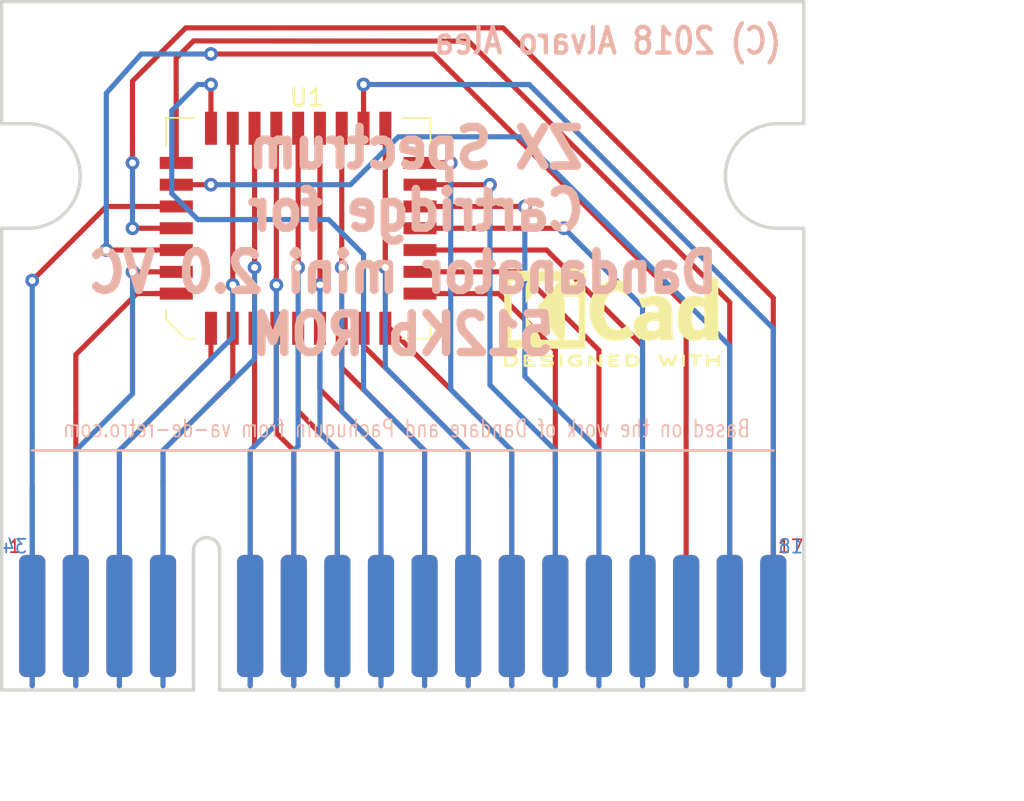
<source format=kicad_pcb>
(kicad_pcb (version 20171130) (host pcbnew 5.0.0-fee4fd1~65~ubuntu18.04.1)

  (general
    (thickness 1.6)
    (drawings 27)
    (tracks 191)
    (zones 0)
    (modules 3)
    (nets 33)
  )

  (page A4)
  (layers
    (0 F.Cu signal)
    (31 B.Cu signal)
    (32 B.Adhes user hide)
    (33 F.Adhes user)
    (34 B.Paste user hide)
    (35 F.Paste user hide)
    (36 B.SilkS user hide)
    (37 F.SilkS user)
    (38 B.Mask user hide)
    (39 F.Mask user hide)
    (40 Dwgs.User user)
    (41 Cmts.User user hide)
    (42 Eco1.User user hide)
    (43 Eco2.User user hide)
    (44 Edge.Cuts user)
    (45 Margin user hide)
    (46 B.CrtYd user hide)
    (47 F.CrtYd user hide)
    (48 B.Fab user hide)
    (49 F.Fab user hide)
  )

  (setup
    (last_trace_width 0.3)
    (trace_clearance 0.2)
    (zone_clearance 0.508)
    (zone_45_only no)
    (trace_min 0.2)
    (segment_width 0.2)
    (edge_width 0.15)
    (via_size 0.8)
    (via_drill 0.4)
    (via_min_size 0.4)
    (via_min_drill 0.3)
    (uvia_size 0.3)
    (uvia_drill 0.1)
    (uvias_allowed no)
    (uvia_min_size 0.2)
    (uvia_min_drill 0.1)
    (pcb_text_width 0.3)
    (pcb_text_size 1.5 1.5)
    (mod_edge_width 0.15)
    (mod_text_size 1 1)
    (mod_text_width 0.15)
    (pad_size 1.524 1.524)
    (pad_drill 0.762)
    (pad_to_mask_clearance 0.2)
    (aux_axis_origin 0 0)
    (grid_origin 112.522 95.758)
    (visible_elements FFFFFF7F)
    (pcbplotparams
      (layerselection 0x010fc_ffffffff)
      (usegerberextensions false)
      (usegerberattributes false)
      (usegerberadvancedattributes false)
      (creategerberjobfile false)
      (excludeedgelayer true)
      (linewidth 0.100000)
      (plotframeref false)
      (viasonmask false)
      (mode 1)
      (useauxorigin false)
      (hpglpennumber 1)
      (hpglpenspeed 20)
      (hpglpendiameter 15.000000)
      (psnegative false)
      (psa4output false)
      (plotreference true)
      (plotvalue true)
      (plotinvisibletext false)
      (padsonsilk false)
      (subtractmaskfromsilk false)
      (outputformat 1)
      (mirror false)
      (drillshape 0)
      (scaleselection 1)
      (outputdirectory "if2_cartridge/"))
  )

  (net 0 "")
  (net 1 D3)
  (net 2 D4)
  (net 3 D5)
  (net 4 D6)
  (net 5 D7)
  (net 6 A10)
  (net 7 A11)
  (net 8 A9)
  (net 9 A8)
  (net 10 A13)
  (net 11 +5V)
  (net 12 GND)
  (net 13 D2)
  (net 14 D1)
  (net 15 D0)
  (net 16 A0)
  (net 17 A1)
  (net 18 A2)
  (net 19 A3)
  (net 20 A4)
  (net 21 A5)
  (net 22 A6)
  (net 23 A7)
  (net 24 A12)
  (net 25 A14)
  (net 26 A15)
  (net 27 A16)
  (net 28 "Net-(J1-Pad14)")
  (net 29 A17)
  (net 30 A18)
  (net 31 "Net-(J1-Pad32)")
  (net 32 "Net-(J1-Pad34)")

  (net_class Default "This is the default net class."
    (clearance 0.2)
    (trace_width 0.3)
    (via_dia 0.8)
    (via_drill 0.4)
    (uvia_dia 0.3)
    (uvia_drill 0.1)
    (add_net +5V)
    (add_net A0)
    (add_net A1)
    (add_net A10)
    (add_net A11)
    (add_net A12)
    (add_net A13)
    (add_net A14)
    (add_net A15)
    (add_net A16)
    (add_net A17)
    (add_net A18)
    (add_net A2)
    (add_net A3)
    (add_net A4)
    (add_net A5)
    (add_net A6)
    (add_net A7)
    (add_net A8)
    (add_net A9)
    (add_net D0)
    (add_net D1)
    (add_net D2)
    (add_net D3)
    (add_net D4)
    (add_net D5)
    (add_net D6)
    (add_net D7)
    (add_net GND)
    (add_net "Net-(J1-Pad14)")
    (add_net "Net-(J1-Pad32)")
    (add_net "Net-(J1-Pad34)")
  )

  (module SINCLAIR:PLCC-32 (layer F.Cu) (tedit 5B634143) (tstamp 5B627D89)
    (at 129.794 68.834 90)
    (descr "PLCC, 32 pins, surface mount")
    (tags "plcc smt")
    (path /5B25F938)
    (attr smd)
    (fp_text reference U1 (at 7.62 0.508 180) (layer F.SilkS)
      (effects (font (size 1 1) (thickness 0.15)))
    )
    (fp_text value AM29F010B (at 0 8.555 90) (layer F.Fab)
      (effects (font (size 1 1) (thickness 0.15)))
    )
    (fp_text user %R (at 0 0 90) (layer F.Fab)
      (effects (font (size 1 1) (thickness 0.15)))
    )
    (fp_line (start 6.435 7.705) (end 6.435 6.055) (layer F.SilkS) (width 0.1))
    (fp_line (start 4.785 7.705) (end 6.435 7.705) (layer F.SilkS) (width 0.1))
    (fp_line (start -6.435 7.705) (end -6.435 6.055) (layer F.SilkS) (width 0.1))
    (fp_line (start -4.785 7.705) (end -6.435 7.705) (layer F.SilkS) (width 0.1))
    (fp_line (start 6.435 -7.705) (end 6.435 -6.055) (layer F.SilkS) (width 0.1))
    (fp_line (start 4.785 -7.705) (end 6.435 -7.705) (layer F.SilkS) (width 0.1))
    (fp_line (start -6.435 -6.555) (end -6.435 -6.055) (layer F.SilkS) (width 0.1))
    (fp_line (start -5.285 -7.705) (end -6.435 -6.555) (layer F.SilkS) (width 0.1))
    (fp_line (start -4.785 -7.705) (end -5.285 -7.705) (layer F.SilkS) (width 0.1))
    (fp_line (start 0 -7.063) (end 0.5 -8.063) (layer F.Fab) (width 0.1))
    (fp_line (start -0.5 -8.063) (end 0 -7.063) (layer F.Fab) (width 0.1))
    (fp_line (start 7.112 -8.636) (end -7.112 -8.636) (layer F.CrtYd) (width 0.05))
    (fp_line (start 7.112 8.636) (end 7.112 -8.636) (layer F.CrtYd) (width 0.05))
    (fp_line (start -7.112 8.636) (end 7.112 8.636) (layer F.CrtYd) (width 0.05))
    (fp_line (start -7.112 -8.636) (end -7.112 8.636) (layer F.CrtYd) (width 0.05))
    (fp_line (start 6.858 -8.128) (end -5.285 -8.128) (layer F.Fab) (width 0.1))
    (fp_line (start 6.858 8.128) (end 6.858 -8.128) (layer F.Fab) (width 0.1))
    (fp_line (start -6.858 8.128) (end 6.858 8.128) (layer F.Fab) (width 0.1))
    (fp_line (start -6.858 -6.604) (end -6.858 8.128) (layer F.Fab) (width 0.1))
    (fp_line (start -5.334 -8.128) (end -6.858 -6.604) (layer F.Fab) (width 0.1))
    (pad 29 smd rect (at 5.8305 -5.08 90) (size 1.925 0.7) (layers F.Cu F.Paste F.Mask)
      (net 25 A14))
    (pad 13 smd rect (at -5.8305 5.08 90) (size 1.925 0.7) (layers F.Cu F.Paste F.Mask)
      (net 15 D0))
    (pad 28 smd rect (at 5.8305 -3.81 90) (size 1.925 0.7) (layers F.Cu F.Paste F.Mask)
      (net 10 A13))
    (pad 27 smd rect (at 5.8305 -2.54 90) (size 1.925 0.7) (layers F.Cu F.Paste F.Mask)
      (net 9 A8))
    (pad 26 smd rect (at 5.8305 -1.27 90) (size 1.925 0.7) (layers F.Cu F.Paste F.Mask)
      (net 8 A9))
    (pad 25 smd rect (at 5.8305 0 90) (size 1.925 0.7) (layers F.Cu F.Paste F.Mask)
      (net 7 A11))
    (pad 24 smd rect (at 5.8305 1.27 90) (size 1.925 0.7) (layers F.Cu F.Paste F.Mask)
      (net 28 "Net-(J1-Pad14)"))
    (pad 23 smd rect (at 5.8305 2.54 90) (size 1.925 0.7) (layers F.Cu F.Paste F.Mask)
      (net 6 A10))
    (pad 22 smd rect (at 5.8305 3.81 90) (size 1.925 0.7) (layers F.Cu F.Paste F.Mask)
      (net 32 "Net-(J1-Pad34)"))
    (pad 21 smd rect (at 5.8305 5.08 90) (size 1.925 0.7) (layers F.Cu F.Paste F.Mask)
      (net 5 D7))
    (pad 20 smd rect (at 3.81 7.1005 90) (size 0.7 1.925) (layers F.Cu F.Paste F.Mask)
      (net 4 D6))
    (pad 19 smd rect (at 2.54 7.1005 90) (size 0.7 1.925) (layers F.Cu F.Paste F.Mask)
      (net 3 D5))
    (pad 18 smd rect (at 1.27 7.1005 90) (size 0.7 1.925) (layers F.Cu F.Paste F.Mask)
      (net 2 D4))
    (pad 17 smd rect (at 0 7.1005 90) (size 0.7 1.925) (layers F.Cu F.Paste F.Mask)
      (net 1 D3))
    (pad 16 smd rect (at -1.27 7.1005 90) (size 0.7 1.925) (layers F.Cu F.Paste F.Mask)
      (net 12 GND))
    (pad 15 smd rect (at -2.54 7.1005 90) (size 0.7 1.925) (layers F.Cu F.Paste F.Mask)
      (net 13 D2))
    (pad 14 smd rect (at -3.81 7.1005 90) (size 0.7 1.925) (layers F.Cu F.Paste F.Mask)
      (net 14 D1))
    (pad 12 smd rect (at -5.8305 3.81 90) (size 1.925 0.7) (layers F.Cu F.Paste F.Mask)
      (net 16 A0))
    (pad 11 smd rect (at -5.8305 2.54 90) (size 1.925 0.7) (layers F.Cu F.Paste F.Mask)
      (net 17 A1))
    (pad 10 smd rect (at -5.8305 1.27 90) (size 1.925 0.7) (layers F.Cu F.Paste F.Mask)
      (net 18 A2))
    (pad 9 smd rect (at -5.8305 0 90) (size 1.925 0.7) (layers F.Cu F.Paste F.Mask)
      (net 19 A3))
    (pad 8 smd rect (at -5.8305 -1.27 90) (size 1.925 0.7) (layers F.Cu F.Paste F.Mask)
      (net 20 A4))
    (pad 7 smd rect (at -5.8305 -2.54 90) (size 1.925 0.7) (layers F.Cu F.Paste F.Mask)
      (net 21 A5))
    (pad 6 smd rect (at -5.8305 -3.81 90) (size 1.925 0.7) (layers F.Cu F.Paste F.Mask)
      (net 22 A6))
    (pad 5 smd rect (at -5.8305 -5.08 90) (size 1.925 0.7) (layers F.Cu F.Paste F.Mask)
      (net 23 A7))
    (pad 30 smd rect (at 3.81 -7.1005 90) (size 0.7 1.925) (layers F.Cu F.Paste F.Mask)
      (net 29 A17))
    (pad 31 smd rect (at 2.54 -7.1005 90) (size 0.7 1.925) (layers F.Cu F.Paste F.Mask)
      (net 31 "Net-(J1-Pad32)"))
    (pad 32 smd rect (at 1.27 -7.1005 90) (size 0.7 1.925) (layers F.Cu F.Paste F.Mask)
      (net 11 +5V))
    (pad 4 smd rect (at -3.81 -7.1005 90) (size 0.7 1.925) (layers F.Cu F.Paste F.Mask)
      (net 24 A12))
    (pad 3 smd rect (at -2.54 -7.1005 90) (size 0.7 1.925) (layers F.Cu F.Paste F.Mask)
      (net 26 A15))
    (pad 2 smd rect (at -1.27 -7.1005 90) (size 0.7 1.925) (layers F.Cu F.Paste F.Mask)
      (net 27 A16))
    (pad 1 smd rect (at 0 -7.1005 90) (size 0.7 1.925) (layers F.Cu F.Paste F.Mask)
      (net 30 A18))
    (model /home/tripi/src/kicad_libs/packages3d/smd_plcc/plcc32.wrl
      (at (xyz 0 0 0))
      (scale (xyz 1 1 1))
      (rotate (xyz 0 0 180))
    )
  )

  (module SINCLAIR:CART_DANDANATOR_EDGE (layer F.Cu) (tedit 5B637BE4) (tstamp 5B637CC7)
    (at 124.46 91.44)
    (descr "ZX Edge")
    (tags "CONN BUS  ZX")
    (path /5B25F681)
    (fp_text reference J1 (at 0 -5.08) (layer F.SilkS) hide
      (effects (font (size 1.524 1.524) (thickness 0.3048)))
    )
    (fp_text value cartridge_IF2 (at 13.208 -5.588) (layer F.SilkS) hide
      (effects (font (size 1.524 1.524) (thickness 0.3048)))
    )
    (fp_line (start -10.16 4.064) (end -10.16 3.556) (layer B.Cu) (width 0.3))
    (fp_line (start -7.62 4.064) (end -7.62 3.556) (layer B.Cu) (width 0.3))
    (fp_line (start -5.08 4.064) (end -5.08 3.556) (layer B.Cu) (width 0.3))
    (fp_line (start -2.54 4.064) (end -2.54 3.556) (layer B.Cu) (width 0.3))
    (fp_line (start 2.54 4.064) (end 2.54 3.556) (layer B.Cu) (width 0.3))
    (fp_line (start 5.08 4.064) (end 5.08 3.556) (layer B.Cu) (width 0.3))
    (fp_line (start 7.62 4.064) (end 7.62 3.556) (layer B.Cu) (width 0.3))
    (fp_line (start 10.16 4.064) (end 10.16 3.556) (layer B.Cu) (width 0.3))
    (fp_line (start 12.7 4.064) (end 12.7 3.556) (layer B.Cu) (width 0.3))
    (fp_line (start 15.24 4.064) (end 15.24 3.556) (layer B.Cu) (width 0.3))
    (fp_line (start 17.78 4.064) (end 17.78 3.556) (layer B.Cu) (width 0.3))
    (fp_line (start 20.32 4.064) (end 20.32 3.556) (layer B.Cu) (width 0.3))
    (fp_line (start 22.86 4.064) (end 22.86 3.556) (layer B.Cu) (width 0.3))
    (fp_line (start 25.4 4.064) (end 25.4 3.556) (layer B.Cu) (width 0.3))
    (fp_line (start 25.4 4.064) (end 25.4 3.556) (layer F.Cu) (width 0.3))
    (fp_line (start 22.86 4.064) (end 22.86 3.556) (layer F.Cu) (width 0.3))
    (fp_line (start 20.32 4.064) (end 20.32 3.556) (layer F.Cu) (width 0.3))
    (fp_line (start 17.78 4.064) (end 17.78 3.556) (layer F.Cu) (width 0.3))
    (fp_line (start 15.24 4.064) (end 15.24 3.556) (layer F.Cu) (width 0.3))
    (fp_line (start 12.7 4.064) (end 12.7 3.556) (layer F.Cu) (width 0.3))
    (fp_line (start 10.16 4.064) (end 10.16 3.556) (layer F.Cu) (width 0.3))
    (fp_line (start 7.62 4.064) (end 7.62 3.556) (layer F.Cu) (width 0.3))
    (fp_line (start 5.08 4.064) (end 5.08 3.556) (layer F.Cu) (width 0.3))
    (fp_line (start 2.54 4.064) (end 2.54 3.556) (layer F.Cu) (width 0.3))
    (fp_line (start -2.54 4.064) (end -2.54 3.556) (layer F.Cu) (width 0.3))
    (fp_line (start -5.08 4.064) (end -5.08 3.556) (layer F.Cu) (width 0.3))
    (fp_line (start -7.62 4.064) (end -7.62 3.556) (layer F.Cu) (width 0.3))
    (fp_line (start -10.16 4.064) (end -10.16 3.556) (layer F.Cu) (width 0.3))
    (fp_arc (start 0 -3.81) (end 0.762 -3.81) (angle -180) (layer Dwgs.User) (width 0.15))
    (fp_line (start -11.938 -4.572) (end -11.938 4.318) (layer Dwgs.User) (width 0.15))
    (fp_line (start -11.938 4.318) (end -0.762 4.318) (layer Dwgs.User) (width 0.15))
    (fp_line (start -0.762 4.318) (end -0.762 -3.81) (layer Dwgs.User) (width 0.15))
    (fp_line (start 0.762 -3.81) (end 0.762 4.318) (layer Dwgs.User) (width 0.15))
    (fp_line (start 0.762 4.318) (end 34.798 4.318) (layer Dwgs.User) (width 0.15))
    (fp_line (start 34.798 4.318) (end 34.798 -4.318) (layer Dwgs.User) (width 0.15))
    (fp_poly (pts (xy 34.798 -3.81) (xy 34.798 4.318) (xy -11.938 4.318) (xy -11.938 -3.81)) (layer B.Mask) (width 0.15))
    (fp_poly (pts (xy 34.798 4.318) (xy 34.798 -3.81) (xy -11.938 -3.81) (xy -11.938 4.318)) (layer F.Mask) (width 0.15))
    (fp_line (start 27.94 4.064) (end 27.94 3.556) (layer F.Cu) (width 0.3))
    (fp_line (start 30.48 4.064) (end 30.48 3.556) (layer F.Cu) (width 0.3))
    (fp_line (start 33.02 4.064) (end 33.02 3.556) (layer F.Cu) (width 0.3))
    (fp_line (start 27.94 4.064) (end 27.94 3.556) (layer B.Cu) (width 0.3))
    (fp_line (start 30.48 4.064) (end 30.48 3.556) (layer B.Cu) (width 0.3))
    (fp_line (start 33.02 4.064) (end 33.02 3.556) (layer B.Cu) (width 0.3))
    (pad 28 connect roundrect (at 25.4 0) (size 1.524 7.112) (layers B.Cu) (roundrect_rratio 0.25)
      (net 1 D3))
    (pad 26 connect roundrect (at 22.86 0) (size 1.524 7.112) (layers B.Cu) (roundrect_rratio 0.25)
      (net 2 D4))
    (pad 24 connect roundrect (at 20.32 0) (size 1.524 7.112) (layers B.Cu) (roundrect_rratio 0.25)
      (net 3 D5))
    (pad 22 connect roundrect (at 17.78 0) (size 1.524 7.112) (layers B.Cu) (roundrect_rratio 0.25)
      (net 4 D6))
    (pad 20 connect roundrect (at 15.24 0) (size 1.524 7.112) (layers B.Cu) (roundrect_rratio 0.25)
      (net 5 D7))
    (pad 18 connect roundrect (at 12.7 0) (size 1.524 7.112) (layers B.Cu) (roundrect_rratio 0.25)
      (net 25 A14))
    (pad 16 connect roundrect (at 10.16 0) (size 1.524 7.112) (layers B.Cu) (roundrect_rratio 0.25)
      (net 6 A10))
    (pad 14 connect roundrect (at 7.62 0) (size 1.524 7.112) (layers B.Cu) (roundrect_rratio 0.25)
      (net 28 "Net-(J1-Pad14)"))
    (pad 12 connect roundrect (at 5.08 0) (size 1.524 7.112) (layers B.Cu) (roundrect_rratio 0.25)
      (net 7 A11))
    (pad 10 connect roundrect (at 2.54 0) (size 1.524 7.112) (layers B.Cu) (roundrect_rratio 0.25)
      (net 8 A9))
    (pad 8 connect roundrect (at -2.54 0) (size 1.524 7.112) (layers B.Cu) (roundrect_rratio 0.25)
      (net 9 A8))
    (pad 6 connect roundrect (at -5.08 0) (size 1.524 7.112) (layers B.Cu) (roundrect_rratio 0.25)
      (net 10 A13))
    (pad 4 connect roundrect (at -7.62 0) (size 1.524 7.112) (layers B.Cu) (roundrect_rratio 0.25)
      (net 26 A15))
    (pad 2 connect roundrect (at -10.16 0) (size 1.524 7.112) (layers B.Cu) (roundrect_rratio 0.25)
      (net 11 +5V))
    (pad 27 connect roundrect (at 25.4 0) (size 1.524 7.112) (layers F.Cu) (roundrect_rratio 0.25)
      (net 12 GND))
    (pad 25 connect roundrect (at 22.86 0) (size 1.524 7.112) (layers F.Cu) (roundrect_rratio 0.25)
      (net 13 D2))
    (pad 23 connect roundrect (at 20.32 0) (size 1.524 7.112) (layers F.Cu) (roundrect_rratio 0.25)
      (net 14 D1))
    (pad 21 connect roundrect (at 17.78 0) (size 1.524 7.112) (layers F.Cu) (roundrect_rratio 0.25)
      (net 15 D0))
    (pad 19 connect roundrect (at 15.24 0) (size 1.524 7.112) (layers F.Cu) (roundrect_rratio 0.25)
      (net 16 A0))
    (pad 17 connect roundrect (at 12.7 0) (size 1.524 7.112) (layers F.Cu) (roundrect_rratio 0.25)
      (net 17 A1))
    (pad 15 connect roundrect (at 10.16 0) (size 1.524 7.112) (layers F.Cu) (roundrect_rratio 0.25)
      (net 18 A2))
    (pad 13 connect roundrect (at 7.62 0) (size 1.524 7.112) (layers F.Cu) (roundrect_rratio 0.25)
      (net 19 A3))
    (pad 11 connect roundrect (at 5.08 0) (size 1.524 7.112) (layers F.Cu) (roundrect_rratio 0.25)
      (net 20 A4))
    (pad 9 connect roundrect (at 2.54 0) (size 1.524 7.112) (layers F.Cu) (roundrect_rratio 0.25)
      (net 21 A5))
    (pad 7 connect roundrect (at -2.54 0) (size 1.524 7.112) (layers F.Cu) (roundrect_rratio 0.25)
      (net 22 A6))
    (pad 5 connect roundrect (at -5.08 0) (size 1.524 7.112) (layers F.Cu) (roundrect_rratio 0.25)
      (net 23 A7))
    (pad 3 connect roundrect (at -7.62 0) (size 1.524 7.112) (layers F.Cu) (roundrect_rratio 0.25)
      (net 24 A12))
    (pad 1 connect roundrect (at -10.16 0) (size 1.524 7.112) (layers F.Cu) (roundrect_rratio 0.25))
    (pad 29 connect roundrect (at 27.94 0) (size 1.524 7.112) (layers F.Cu) (roundrect_rratio 0.25)
      (net 27 A16))
    (pad 31 connect roundrect (at 30.48 0) (size 1.524 7.112) (layers F.Cu) (roundrect_rratio 0.25)
      (net 29 A17))
    (pad 33 connect roundrect (at 33.02 0) (size 1.524 7.112) (layers F.Cu) (roundrect_rratio 0.25)
      (net 30 A18))
    (pad 30 connect roundrect (at 27.94 0) (size 1.524 7.112) (layers B.Cu) (roundrect_rratio 0.25))
    (pad 32 connect roundrect (at 30.48 0) (size 1.524 7.112) (layers B.Cu) (roundrect_rratio 0.25)
      (net 31 "Net-(J1-Pad32)"))
    (pad 34 connect roundrect (at 33.02 0) (size 1.524 7.112) (layers B.Cu) (roundrect_rratio 0.25)
      (net 32 "Net-(J1-Pad34)"))
  )

  (module Symbols:KiCad-Logo2_6mm_SilkScreen (layer F.Cu) (tedit 0) (tstamp 5B64A912)
    (at 148.082 73.914)
    (descr "KiCad Logo")
    (tags "Logo KiCad")
    (attr virtual)
    (fp_text reference REF*** (at 0 0) (layer F.SilkS) hide
      (effects (font (size 1 1) (thickness 0.15)))
    )
    (fp_text value KiCad-Logo2_6mm_SilkScreen (at 0.75 0) (layer F.Fab) hide
      (effects (font (size 1 1) (thickness 0.15)))
    )
    (fp_poly (pts (xy -6.121371 2.269066) (xy -6.081889 2.269467) (xy -5.9662 2.272259) (xy -5.869311 2.28055)
      (xy -5.787919 2.295232) (xy -5.718723 2.317193) (xy -5.65842 2.347322) (xy -5.603708 2.38651)
      (xy -5.584167 2.403532) (xy -5.55175 2.443363) (xy -5.52252 2.497413) (xy -5.499991 2.557323)
      (xy -5.487679 2.614739) (xy -5.4864 2.635956) (xy -5.494417 2.694769) (xy -5.515899 2.759013)
      (xy -5.546999 2.819821) (xy -5.583866 2.86833) (xy -5.589854 2.874182) (xy -5.640579 2.915321)
      (xy -5.696125 2.947435) (xy -5.759696 2.971365) (xy -5.834494 2.987953) (xy -5.923722 2.998041)
      (xy -6.030582 3.002469) (xy -6.079528 3.002845) (xy -6.141762 3.002545) (xy -6.185528 3.001292)
      (xy -6.214931 2.998554) (xy -6.234079 2.993801) (xy -6.247077 2.986501) (xy -6.254045 2.980267)
      (xy -6.260626 2.972694) (xy -6.265788 2.962924) (xy -6.269703 2.94834) (xy -6.272543 2.926326)
      (xy -6.27448 2.894264) (xy -6.275684 2.849536) (xy -6.276328 2.789526) (xy -6.276583 2.711617)
      (xy -6.276622 2.635956) (xy -6.27687 2.535041) (xy -6.276817 2.454427) (xy -6.275857 2.415822)
      (xy -6.129867 2.415822) (xy -6.129867 2.856089) (xy -6.036734 2.856004) (xy -5.980693 2.854396)
      (xy -5.921999 2.850256) (xy -5.873028 2.844464) (xy -5.871538 2.844226) (xy -5.792392 2.82509)
      (xy -5.731002 2.795287) (xy -5.684305 2.752878) (xy -5.654635 2.706961) (xy -5.636353 2.656026)
      (xy -5.637771 2.6082) (xy -5.658988 2.556933) (xy -5.700489 2.503899) (xy -5.757998 2.4646)
      (xy -5.83275 2.438331) (xy -5.882708 2.429035) (xy -5.939416 2.422507) (xy -5.999519 2.417782)
      (xy -6.050639 2.415817) (xy -6.053667 2.415808) (xy -6.129867 2.415822) (xy -6.275857 2.415822)
      (xy -6.27526 2.391851) (xy -6.270998 2.345055) (xy -6.26283 2.311778) (xy -6.249556 2.289759)
      (xy -6.229974 2.276739) (xy -6.202883 2.270457) (xy -6.167082 2.268653) (xy -6.121371 2.269066)) (layer F.SilkS) (width 0.01))
    (fp_poly (pts (xy -4.712794 2.269146) (xy -4.643386 2.269518) (xy -4.590997 2.270385) (xy -4.552847 2.271946)
      (xy -4.526159 2.274403) (xy -4.508153 2.277957) (xy -4.496049 2.28281) (xy -4.487069 2.289161)
      (xy -4.483818 2.292084) (xy -4.464043 2.323142) (xy -4.460482 2.358828) (xy -4.473491 2.39051)
      (xy -4.479506 2.396913) (xy -4.489235 2.403121) (xy -4.504901 2.40791) (xy -4.529408 2.411514)
      (xy -4.565661 2.414164) (xy -4.616565 2.416095) (xy -4.685026 2.417539) (xy -4.747617 2.418418)
      (xy -4.995334 2.421467) (xy -4.998719 2.486378) (xy -5.002105 2.551289) (xy -4.833958 2.551289)
      (xy -4.760959 2.551919) (xy -4.707517 2.554553) (xy -4.670628 2.560309) (xy -4.647288 2.570304)
      (xy -4.634494 2.585656) (xy -4.629242 2.607482) (xy -4.628445 2.627738) (xy -4.630923 2.652592)
      (xy -4.640277 2.670906) (xy -4.659383 2.683637) (xy -4.691118 2.691741) (xy -4.738359 2.696176)
      (xy -4.803983 2.697899) (xy -4.839801 2.698045) (xy -5.000978 2.698045) (xy -5.000978 2.856089)
      (xy -4.752622 2.856089) (xy -4.671213 2.856202) (xy -4.609342 2.856712) (xy -4.563968 2.85787)
      (xy -4.532054 2.85993) (xy -4.510559 2.863146) (xy -4.496443 2.867772) (xy -4.486668 2.874059)
      (xy -4.481689 2.878667) (xy -4.46461 2.90556) (xy -4.459111 2.929467) (xy -4.466963 2.958667)
      (xy -4.481689 2.980267) (xy -4.489546 2.987066) (xy -4.499688 2.992346) (xy -4.514844 2.996298)
      (xy -4.537741 2.999113) (xy -4.571109 3.000982) (xy -4.617675 3.002098) (xy -4.680167 3.002651)
      (xy -4.761314 3.002833) (xy -4.803422 3.002845) (xy -4.893598 3.002765) (xy -4.963924 3.002398)
      (xy -5.017129 3.001552) (xy -5.05594 3.000036) (xy -5.083087 2.997659) (xy -5.101298 2.994229)
      (xy -5.1133 2.989554) (xy -5.121822 2.983444) (xy -5.125156 2.980267) (xy -5.131755 2.97267)
      (xy -5.136927 2.96287) (xy -5.140846 2.948239) (xy -5.143684 2.926152) (xy -5.145615 2.893982)
      (xy -5.146812 2.849103) (xy -5.147448 2.788889) (xy -5.147697 2.710713) (xy -5.147734 2.637923)
      (xy -5.1477 2.544707) (xy -5.147465 2.471431) (xy -5.14683 2.415458) (xy -5.145594 2.374151)
      (xy -5.143556 2.344872) (xy -5.140517 2.324984) (xy -5.136277 2.31185) (xy -5.130635 2.302832)
      (xy -5.123391 2.295293) (xy -5.121606 2.293612) (xy -5.112945 2.286172) (xy -5.102882 2.280409)
      (xy -5.088625 2.276112) (xy -5.067383 2.273064) (xy -5.036364 2.271051) (xy -4.992777 2.26986)
      (xy -4.933831 2.269275) (xy -4.856734 2.269083) (xy -4.802001 2.269067) (xy -4.712794 2.269146)) (layer F.SilkS) (width 0.01))
    (fp_poly (pts (xy -3.691703 2.270351) (xy -3.616888 2.275581) (xy -3.547306 2.28375) (xy -3.487002 2.29455)
      (xy -3.44002 2.307673) (xy -3.410406 2.322813) (xy -3.40586 2.327269) (xy -3.390054 2.36185)
      (xy -3.394847 2.397351) (xy -3.419364 2.427725) (xy -3.420534 2.428596) (xy -3.434954 2.437954)
      (xy -3.450008 2.442876) (xy -3.471005 2.443473) (xy -3.503257 2.439861) (xy -3.552073 2.432154)
      (xy -3.556 2.431505) (xy -3.628739 2.422569) (xy -3.707217 2.418161) (xy -3.785927 2.418119)
      (xy -3.859361 2.422279) (xy -3.922011 2.430479) (xy -3.96837 2.442557) (xy -3.971416 2.443771)
      (xy -4.005048 2.462615) (xy -4.016864 2.481685) (xy -4.007614 2.500439) (xy -3.978047 2.518337)
      (xy -3.928911 2.534837) (xy -3.860957 2.549396) (xy -3.815645 2.556406) (xy -3.721456 2.569889)
      (xy -3.646544 2.582214) (xy -3.587717 2.594449) (xy -3.541785 2.607661) (xy -3.505555 2.622917)
      (xy -3.475838 2.641285) (xy -3.449442 2.663831) (xy -3.42823 2.685971) (xy -3.403065 2.716819)
      (xy -3.390681 2.743345) (xy -3.386808 2.776026) (xy -3.386667 2.787995) (xy -3.389576 2.827712)
      (xy -3.401202 2.857259) (xy -3.421323 2.883486) (xy -3.462216 2.923576) (xy -3.507817 2.954149)
      (xy -3.561513 2.976203) (xy -3.626692 2.990735) (xy -3.706744 2.998741) (xy -3.805057 3.001218)
      (xy -3.821289 3.001177) (xy -3.886849 2.999818) (xy -3.951866 2.99673) (xy -4.009252 2.992356)
      (xy -4.051922 2.98714) (xy -4.055372 2.986541) (xy -4.097796 2.976491) (xy -4.13378 2.963796)
      (xy -4.15415 2.95219) (xy -4.173107 2.921572) (xy -4.174427 2.885918) (xy -4.158085 2.854144)
      (xy -4.154429 2.850551) (xy -4.139315 2.839876) (xy -4.120415 2.835276) (xy -4.091162 2.836059)
      (xy -4.055651 2.840127) (xy -4.01597 2.843762) (xy -3.960345 2.846828) (xy -3.895406 2.849053)
      (xy -3.827785 2.850164) (xy -3.81 2.850237) (xy -3.742128 2.849964) (xy -3.692454 2.848646)
      (xy -3.65661 2.845827) (xy -3.630224 2.84105) (xy -3.608926 2.833857) (xy -3.596126 2.827867)
      (xy -3.568 2.811233) (xy -3.550068 2.796168) (xy -3.547447 2.791897) (xy -3.552976 2.774263)
      (xy -3.57926 2.757192) (xy -3.624478 2.741458) (xy -3.686808 2.727838) (xy -3.705171 2.724804)
      (xy -3.80109 2.709738) (xy -3.877641 2.697146) (xy -3.93778 2.686111) (xy -3.98446 2.67572)
      (xy -4.020637 2.665056) (xy -4.049265 2.653205) (xy -4.073298 2.639251) (xy -4.095692 2.622281)
      (xy -4.119402 2.601378) (xy -4.12738 2.594049) (xy -4.155353 2.566699) (xy -4.17016 2.545029)
      (xy -4.175952 2.520232) (xy -4.176889 2.488983) (xy -4.166575 2.427705) (xy -4.135752 2.37564)
      (xy -4.084595 2.332958) (xy -4.013283 2.299825) (xy -3.9624 2.284964) (xy -3.9071 2.275366)
      (xy -3.840853 2.269936) (xy -3.767706 2.268367) (xy -3.691703 2.270351)) (layer F.SilkS) (width 0.01))
    (fp_poly (pts (xy -2.923822 2.291645) (xy -2.917242 2.299218) (xy -2.912079 2.308987) (xy -2.908164 2.323571)
      (xy -2.905324 2.345585) (xy -2.903387 2.377648) (xy -2.902183 2.422375) (xy -2.901539 2.482385)
      (xy -2.901284 2.560294) (xy -2.901245 2.635956) (xy -2.901314 2.729802) (xy -2.901638 2.803689)
      (xy -2.902386 2.860232) (xy -2.903732 2.902049) (xy -2.905846 2.931757) (xy -2.9089 2.951973)
      (xy -2.913066 2.965314) (xy -2.918516 2.974398) (xy -2.923822 2.980267) (xy -2.956826 2.999947)
      (xy -2.991991 2.998181) (xy -3.023455 2.976717) (xy -3.030684 2.968337) (xy -3.036334 2.958614)
      (xy -3.040599 2.944861) (xy -3.043673 2.924389) (xy -3.045752 2.894512) (xy -3.04703 2.852541)
      (xy -3.047701 2.795789) (xy -3.047959 2.721567) (xy -3.048 2.637537) (xy -3.048 2.324485)
      (xy -3.020291 2.296776) (xy -2.986137 2.273463) (xy -2.953006 2.272623) (xy -2.923822 2.291645)) (layer F.SilkS) (width 0.01))
    (fp_poly (pts (xy -1.950081 2.274599) (xy -1.881565 2.286095) (xy -1.828943 2.303967) (xy -1.794708 2.327499)
      (xy -1.785379 2.340924) (xy -1.775893 2.372148) (xy -1.782277 2.400395) (xy -1.80243 2.427182)
      (xy -1.833745 2.439713) (xy -1.879183 2.438696) (xy -1.914326 2.431906) (xy -1.992419 2.418971)
      (xy -2.072226 2.417742) (xy -2.161555 2.428241) (xy -2.186229 2.43269) (xy -2.269291 2.456108)
      (xy -2.334273 2.490945) (xy -2.380461 2.536604) (xy -2.407145 2.592494) (xy -2.412663 2.621388)
      (xy -2.409051 2.680012) (xy -2.385729 2.731879) (xy -2.344824 2.775978) (xy -2.288459 2.811299)
      (xy -2.21876 2.836829) (xy -2.137852 2.851559) (xy -2.04786 2.854478) (xy -1.95091 2.844575)
      (xy -1.945436 2.843641) (xy -1.906875 2.836459) (xy -1.885494 2.829521) (xy -1.876227 2.819227)
      (xy -1.874006 2.801976) (xy -1.873956 2.792841) (xy -1.873956 2.754489) (xy -1.942431 2.754489)
      (xy -2.0029 2.750347) (xy -2.044165 2.737147) (xy -2.068175 2.71373) (xy -2.076877 2.678936)
      (xy -2.076983 2.674394) (xy -2.071892 2.644654) (xy -2.054433 2.623419) (xy -2.021939 2.609366)
      (xy -1.971743 2.601173) (xy -1.923123 2.598161) (xy -1.852456 2.596433) (xy -1.801198 2.59907)
      (xy -1.766239 2.6088) (xy -1.74447 2.628353) (xy -1.73278 2.660456) (xy -1.72806 2.707838)
      (xy -1.7272 2.770071) (xy -1.728609 2.839535) (xy -1.732848 2.886786) (xy -1.739936 2.912012)
      (xy -1.741311 2.913988) (xy -1.780228 2.945508) (xy -1.837286 2.97047) (xy -1.908869 2.98834)
      (xy -1.991358 2.998586) (xy -2.081139 3.000673) (xy -2.174592 2.994068) (xy -2.229556 2.985956)
      (xy -2.315766 2.961554) (xy -2.395892 2.921662) (xy -2.462977 2.869887) (xy -2.473173 2.859539)
      (xy -2.506302 2.816035) (xy -2.536194 2.762118) (xy -2.559357 2.705592) (xy -2.572298 2.654259)
      (xy -2.573858 2.634544) (xy -2.567218 2.593419) (xy -2.549568 2.542252) (xy -2.524297 2.488394)
      (xy -2.494789 2.439195) (xy -2.468719 2.406334) (xy -2.407765 2.357452) (xy -2.328969 2.318545)
      (xy -2.235157 2.290494) (xy -2.12915 2.274179) (xy -2.032 2.270192) (xy -1.950081 2.274599)) (layer F.SilkS) (width 0.01))
    (fp_poly (pts (xy -1.300114 2.273448) (xy -1.276548 2.287273) (xy -1.245735 2.309881) (xy -1.206078 2.342338)
      (xy -1.15598 2.385708) (xy -1.093843 2.441058) (xy -1.018072 2.509451) (xy -0.931334 2.588084)
      (xy -0.750711 2.751878) (xy -0.745067 2.532029) (xy -0.743029 2.456351) (xy -0.741063 2.399994)
      (xy -0.738734 2.359706) (xy -0.735606 2.332235) (xy -0.731245 2.314329) (xy -0.725216 2.302737)
      (xy -0.717084 2.294208) (xy -0.712772 2.290623) (xy -0.678241 2.27167) (xy -0.645383 2.274441)
      (xy -0.619318 2.290633) (xy -0.592667 2.312199) (xy -0.589352 2.627151) (xy -0.588435 2.719779)
      (xy -0.587968 2.792544) (xy -0.588113 2.848161) (xy -0.589032 2.889342) (xy -0.590887 2.918803)
      (xy -0.593839 2.939255) (xy -0.59805 2.953413) (xy -0.603682 2.963991) (xy -0.609927 2.972474)
      (xy -0.623439 2.988207) (xy -0.636883 2.998636) (xy -0.652124 3.002639) (xy -0.671026 2.999094)
      (xy -0.695455 2.986879) (xy -0.727273 2.964871) (xy -0.768348 2.931949) (xy -0.820542 2.886991)
      (xy -0.885722 2.828875) (xy -0.959556 2.762099) (xy -1.224845 2.521458) (xy -1.230489 2.740589)
      (xy -1.232531 2.816128) (xy -1.234502 2.872354) (xy -1.236839 2.912524) (xy -1.239981 2.939896)
      (xy -1.244364 2.957728) (xy -1.250424 2.969279) (xy -1.2586 2.977807) (xy -1.262784 2.981282)
      (xy -1.299765 3.000372) (xy -1.334708 2.997493) (xy -1.365136 2.9731) (xy -1.372097 2.963286)
      (xy -1.377523 2.951826) (xy -1.381603 2.935968) (xy -1.384529 2.912963) (xy -1.386492 2.880062)
      (xy -1.387683 2.834516) (xy -1.388292 2.773573) (xy -1.388511 2.694486) (xy -1.388534 2.635956)
      (xy -1.38846 2.544407) (xy -1.388113 2.472687) (xy -1.387301 2.418045) (xy -1.385833 2.377732)
      (xy -1.383519 2.348998) (xy -1.380167 2.329093) (xy -1.375588 2.315268) (xy -1.369589 2.304772)
      (xy -1.365136 2.298811) (xy -1.35385 2.284691) (xy -1.343301 2.274029) (xy -1.331893 2.267892)
      (xy -1.31803 2.267343) (xy -1.300114 2.273448)) (layer F.SilkS) (width 0.01))
    (fp_poly (pts (xy 0.230343 2.26926) (xy 0.306701 2.270174) (xy 0.365217 2.272311) (xy 0.408255 2.276175)
      (xy 0.438183 2.282267) (xy 0.457368 2.29109) (xy 0.468176 2.303146) (xy 0.472973 2.318939)
      (xy 0.474127 2.33897) (xy 0.474133 2.341335) (xy 0.473131 2.363992) (xy 0.468396 2.381503)
      (xy 0.457333 2.394574) (xy 0.437348 2.403913) (xy 0.405846 2.410227) (xy 0.360232 2.414222)
      (xy 0.297913 2.416606) (xy 0.216293 2.418086) (xy 0.191277 2.418414) (xy -0.0508 2.421467)
      (xy -0.054186 2.486378) (xy -0.057571 2.551289) (xy 0.110576 2.551289) (xy 0.176266 2.551531)
      (xy 0.223172 2.552556) (xy 0.255083 2.554811) (xy 0.275791 2.558742) (xy 0.289084 2.564798)
      (xy 0.298755 2.573424) (xy 0.298817 2.573493) (xy 0.316356 2.607112) (xy 0.315722 2.643448)
      (xy 0.297314 2.674423) (xy 0.293671 2.677607) (xy 0.280741 2.685812) (xy 0.263024 2.691521)
      (xy 0.23657 2.695162) (xy 0.197432 2.697167) (xy 0.141662 2.697964) (xy 0.105994 2.698045)
      (xy -0.056445 2.698045) (xy -0.056445 2.856089) (xy 0.190161 2.856089) (xy 0.27158 2.856231)
      (xy 0.33341 2.856814) (xy 0.378637 2.858068) (xy 0.410248 2.860227) (xy 0.431231 2.863523)
      (xy 0.444573 2.868189) (xy 0.453261 2.874457) (xy 0.45545 2.876733) (xy 0.471614 2.90828)
      (xy 0.472797 2.944168) (xy 0.459536 2.975285) (xy 0.449043 2.985271) (xy 0.438129 2.990769)
      (xy 0.421217 2.995022) (xy 0.395633 2.99818) (xy 0.358701 3.000392) (xy 0.307746 3.001806)
      (xy 0.240094 3.002572) (xy 0.153069 3.002838) (xy 0.133394 3.002845) (xy 0.044911 3.002787)
      (xy -0.023773 3.002467) (xy -0.075436 3.001667) (xy -0.112855 3.000167) (xy -0.13881 2.997749)
      (xy -0.156078 2.994194) (xy -0.167438 2.989282) (xy -0.175668 2.982795) (xy -0.180183 2.978138)
      (xy -0.186979 2.969889) (xy -0.192288 2.959669) (xy -0.196294 2.9448) (xy -0.199179 2.922602)
      (xy -0.201126 2.890393) (xy -0.202319 2.845496) (xy -0.202939 2.785228) (xy -0.203171 2.706911)
      (xy -0.2032 2.640994) (xy -0.203129 2.548628) (xy -0.202792 2.476117) (xy -0.202002 2.420737)
      (xy -0.200574 2.379765) (xy -0.198321 2.350478) (xy -0.195057 2.330153) (xy -0.190596 2.316066)
      (xy -0.184752 2.305495) (xy -0.179803 2.298811) (xy -0.156406 2.269067) (xy 0.133774 2.269067)
      (xy 0.230343 2.26926)) (layer F.SilkS) (width 0.01))
    (fp_poly (pts (xy 1.018309 2.269275) (xy 1.147288 2.273636) (xy 1.256991 2.286861) (xy 1.349226 2.309741)
      (xy 1.425802 2.34307) (xy 1.488527 2.387638) (xy 1.539212 2.444236) (xy 1.579663 2.513658)
      (xy 1.580459 2.515351) (xy 1.604601 2.577483) (xy 1.613203 2.632509) (xy 1.606231 2.687887)
      (xy 1.583654 2.751073) (xy 1.579372 2.760689) (xy 1.550172 2.816966) (xy 1.517356 2.860451)
      (xy 1.475002 2.897417) (xy 1.41719 2.934135) (xy 1.413831 2.936052) (xy 1.363504 2.960227)
      (xy 1.306621 2.978282) (xy 1.239527 2.990839) (xy 1.158565 2.998522) (xy 1.060082 3.001953)
      (xy 1.025286 3.002251) (xy 0.859594 3.002845) (xy 0.836197 2.9731) (xy 0.829257 2.963319)
      (xy 0.823842 2.951897) (xy 0.819765 2.936095) (xy 0.816837 2.913175) (xy 0.814867 2.880396)
      (xy 0.814225 2.856089) (xy 0.970844 2.856089) (xy 1.064726 2.856089) (xy 1.119664 2.854483)
      (xy 1.17606 2.850255) (xy 1.222345 2.844292) (xy 1.225139 2.84379) (xy 1.307348 2.821736)
      (xy 1.371114 2.7886) (xy 1.418452 2.742847) (xy 1.451382 2.682939) (xy 1.457108 2.667061)
      (xy 1.462721 2.642333) (xy 1.460291 2.617902) (xy 1.448467 2.5854) (xy 1.44134 2.569434)
      (xy 1.418 2.527006) (xy 1.38988 2.49724) (xy 1.35894 2.476511) (xy 1.296966 2.449537)
      (xy 1.217651 2.429998) (xy 1.125253 2.418746) (xy 1.058333 2.41627) (xy 0.970844 2.415822)
      (xy 0.970844 2.856089) (xy 0.814225 2.856089) (xy 0.813668 2.835021) (xy 0.81305 2.774311)
      (xy 0.812825 2.695526) (xy 0.8128 2.63392) (xy 0.8128 2.324485) (xy 0.840509 2.296776)
      (xy 0.852806 2.285544) (xy 0.866103 2.277853) (xy 0.884672 2.27304) (xy 0.912786 2.270446)
      (xy 0.954717 2.26941) (xy 1.014737 2.26927) (xy 1.018309 2.269275)) (layer F.SilkS) (width 0.01))
    (fp_poly (pts (xy 3.744665 2.271034) (xy 3.764255 2.278035) (xy 3.76501 2.278377) (xy 3.791613 2.298678)
      (xy 3.80627 2.319561) (xy 3.809138 2.329352) (xy 3.808996 2.342361) (xy 3.804961 2.360895)
      (xy 3.796146 2.387257) (xy 3.781669 2.423752) (xy 3.760645 2.472687) (xy 3.732188 2.536365)
      (xy 3.695415 2.617093) (xy 3.675175 2.661216) (xy 3.638625 2.739985) (xy 3.604315 2.812423)
      (xy 3.573552 2.87588) (xy 3.547648 2.927708) (xy 3.52791 2.965259) (xy 3.51565 2.985884)
      (xy 3.513224 2.988733) (xy 3.482183 3.001302) (xy 3.447121 2.999619) (xy 3.419 2.984332)
      (xy 3.417854 2.983089) (xy 3.406668 2.966154) (xy 3.387904 2.93317) (xy 3.363875 2.88838)
      (xy 3.336897 2.836032) (xy 3.327201 2.816742) (xy 3.254014 2.67015) (xy 3.17424 2.829393)
      (xy 3.145767 2.884415) (xy 3.11935 2.932132) (xy 3.097148 2.968893) (xy 3.081319 2.991044)
      (xy 3.075954 2.995741) (xy 3.034257 3.002102) (xy 2.999849 2.988733) (xy 2.989728 2.974446)
      (xy 2.972214 2.942692) (xy 2.948735 2.896597) (xy 2.92072 2.839285) (xy 2.889599 2.77388)
      (xy 2.856799 2.703507) (xy 2.82375 2.631291) (xy 2.791881 2.560355) (xy 2.762619 2.493825)
      (xy 2.737395 2.434826) (xy 2.717636 2.386481) (xy 2.704772 2.351915) (xy 2.700231 2.334253)
      (xy 2.700277 2.333613) (xy 2.711326 2.311388) (xy 2.73341 2.288753) (xy 2.73471 2.287768)
      (xy 2.761853 2.272425) (xy 2.786958 2.272574) (xy 2.796368 2.275466) (xy 2.807834 2.281718)
      (xy 2.82001 2.294014) (xy 2.834357 2.314908) (xy 2.852336 2.346949) (xy 2.875407 2.392688)
      (xy 2.90503 2.454677) (xy 2.931745 2.511898) (xy 2.96248 2.578226) (xy 2.990021 2.637874)
      (xy 3.012938 2.687725) (xy 3.029798 2.724664) (xy 3.039173 2.745573) (xy 3.04054 2.748845)
      (xy 3.046689 2.743497) (xy 3.060822 2.721109) (xy 3.081057 2.684946) (xy 3.105515 2.638277)
      (xy 3.115248 2.619022) (xy 3.148217 2.554004) (xy 3.173643 2.506654) (xy 3.193612 2.474219)
      (xy 3.21021 2.453946) (xy 3.225524 2.443082) (xy 3.24164 2.438875) (xy 3.252143 2.4384)
      (xy 3.27067 2.440042) (xy 3.286904 2.446831) (xy 3.303035 2.461566) (xy 3.321251 2.487044)
      (xy 3.343739 2.526061) (xy 3.372689 2.581414) (xy 3.388662 2.612903) (xy 3.41457 2.663087)
      (xy 3.437167 2.704704) (xy 3.454458 2.734242) (xy 3.46445 2.748189) (xy 3.465809 2.74877)
      (xy 3.472261 2.737793) (xy 3.486708 2.70929) (xy 3.507703 2.666244) (xy 3.533797 2.611638)
      (xy 3.563546 2.548454) (xy 3.57818 2.517071) (xy 3.61625 2.436078) (xy 3.646905 2.373756)
      (xy 3.671737 2.328071) (xy 3.692337 2.296989) (xy 3.710298 2.278478) (xy 3.72721 2.270504)
      (xy 3.744665 2.271034)) (layer F.SilkS) (width 0.01))
    (fp_poly (pts (xy 4.188614 2.275877) (xy 4.212327 2.290647) (xy 4.238978 2.312227) (xy 4.238978 2.633773)
      (xy 4.238893 2.72783) (xy 4.238529 2.801932) (xy 4.237724 2.858704) (xy 4.236313 2.900768)
      (xy 4.234133 2.930748) (xy 4.231021 2.951267) (xy 4.226814 2.964949) (xy 4.221348 2.974416)
      (xy 4.217472 2.979082) (xy 4.186034 2.999575) (xy 4.150233 2.998739) (xy 4.118873 2.981264)
      (xy 4.092222 2.959684) (xy 4.092222 2.312227) (xy 4.118873 2.290647) (xy 4.144594 2.274949)
      (xy 4.1656 2.269067) (xy 4.188614 2.275877)) (layer F.SilkS) (width 0.01))
    (fp_poly (pts (xy 4.963065 2.269163) (xy 5.041772 2.269542) (xy 5.102863 2.270333) (xy 5.148817 2.27167)
      (xy 5.182114 2.273683) (xy 5.205236 2.276506) (xy 5.220662 2.280269) (xy 5.230871 2.285105)
      (xy 5.235813 2.288822) (xy 5.261457 2.321358) (xy 5.264559 2.355138) (xy 5.248711 2.385826)
      (xy 5.238348 2.398089) (xy 5.227196 2.40645) (xy 5.211035 2.411657) (xy 5.185642 2.414457)
      (xy 5.146798 2.415596) (xy 5.09028 2.415821) (xy 5.07918 2.415822) (xy 4.933244 2.415822)
      (xy 4.933244 2.686756) (xy 4.933148 2.772154) (xy 4.932711 2.837864) (xy 4.931712 2.886774)
      (xy 4.929928 2.921773) (xy 4.927137 2.945749) (xy 4.923117 2.961593) (xy 4.917645 2.972191)
      (xy 4.910666 2.980267) (xy 4.877734 3.000112) (xy 4.843354 2.998548) (xy 4.812176 2.975906)
      (xy 4.809886 2.9731) (xy 4.802429 2.962492) (xy 4.796747 2.950081) (xy 4.792601 2.93285)
      (xy 4.78975 2.907784) (xy 4.787954 2.871867) (xy 4.786972 2.822083) (xy 4.786564 2.755417)
      (xy 4.786489 2.679589) (xy 4.786489 2.415822) (xy 4.647127 2.415822) (xy 4.587322 2.415418)
      (xy 4.545918 2.41384) (xy 4.518748 2.410547) (xy 4.501646 2.404992) (xy 4.490443 2.396631)
      (xy 4.489083 2.395178) (xy 4.472725 2.361939) (xy 4.474172 2.324362) (xy 4.492978 2.291645)
      (xy 4.50025 2.285298) (xy 4.509627 2.280266) (xy 4.523609 2.276396) (xy 4.544696 2.273537)
      (xy 4.575389 2.271535) (xy 4.618189 2.270239) (xy 4.675595 2.269498) (xy 4.75011 2.269158)
      (xy 4.844233 2.269068) (xy 4.86426 2.269067) (xy 4.963065 2.269163)) (layer F.SilkS) (width 0.01))
    (fp_poly (pts (xy 6.228823 2.274533) (xy 6.260202 2.296776) (xy 6.287911 2.324485) (xy 6.287911 2.63392)
      (xy 6.287838 2.725799) (xy 6.287495 2.79784) (xy 6.286692 2.85278) (xy 6.285241 2.89336)
      (xy 6.282952 2.922317) (xy 6.279636 2.942391) (xy 6.275105 2.956321) (xy 6.269169 2.966845)
      (xy 6.264514 2.9731) (xy 6.233783 2.997673) (xy 6.198496 3.000341) (xy 6.166245 2.985271)
      (xy 6.155588 2.976374) (xy 6.148464 2.964557) (xy 6.144167 2.945526) (xy 6.141991 2.914992)
      (xy 6.141228 2.868662) (xy 6.141155 2.832871) (xy 6.141155 2.698045) (xy 5.644444 2.698045)
      (xy 5.644444 2.8207) (xy 5.643931 2.876787) (xy 5.641876 2.915333) (xy 5.637508 2.941361)
      (xy 5.630056 2.959897) (xy 5.621047 2.9731) (xy 5.590144 2.997604) (xy 5.555196 3.000506)
      (xy 5.521738 2.983089) (xy 5.512604 2.973959) (xy 5.506152 2.961855) (xy 5.501897 2.943001)
      (xy 5.499352 2.91362) (xy 5.498029 2.869937) (xy 5.497443 2.808175) (xy 5.497375 2.794)
      (xy 5.496891 2.677631) (xy 5.496641 2.581727) (xy 5.496723 2.504177) (xy 5.497231 2.442869)
      (xy 5.498262 2.39569) (xy 5.499913 2.36053) (xy 5.502279 2.335276) (xy 5.505457 2.317817)
      (xy 5.509544 2.306041) (xy 5.514634 2.297835) (xy 5.520266 2.291645) (xy 5.552128 2.271844)
      (xy 5.585357 2.274533) (xy 5.616735 2.296776) (xy 5.629433 2.311126) (xy 5.637526 2.326978)
      (xy 5.642042 2.349554) (xy 5.644006 2.384078) (xy 5.644444 2.435776) (xy 5.644444 2.551289)
      (xy 6.141155 2.551289) (xy 6.141155 2.432756) (xy 6.141662 2.378148) (xy 6.143698 2.341275)
      (xy 6.148035 2.317307) (xy 6.155447 2.301415) (xy 6.163733 2.291645) (xy 6.195594 2.271844)
      (xy 6.228823 2.274533)) (layer F.SilkS) (width 0.01))
    (fp_poly (pts (xy -2.9464 -2.510946) (xy -2.935535 -2.397007) (xy -2.903918 -2.289384) (xy -2.853015 -2.190385)
      (xy -2.784293 -2.102316) (xy -2.699219 -2.027484) (xy -2.602232 -1.969616) (xy -2.495964 -1.929995)
      (xy -2.38895 -1.911427) (xy -2.2833 -1.912566) (xy -2.181125 -1.93207) (xy -2.084534 -1.968594)
      (xy -1.995638 -2.020795) (xy -1.916546 -2.087327) (xy -1.849369 -2.166848) (xy -1.796217 -2.258013)
      (xy -1.759199 -2.359477) (xy -1.740427 -2.469898) (xy -1.738489 -2.519794) (xy -1.738489 -2.607733)
      (xy -1.68656 -2.607733) (xy -1.650253 -2.604889) (xy -1.623355 -2.593089) (xy -1.596249 -2.569351)
      (xy -1.557867 -2.530969) (xy -1.557867 -0.339398) (xy -1.557876 -0.077261) (xy -1.557908 0.163241)
      (xy -1.557972 0.383048) (xy -1.558076 0.583101) (xy -1.558227 0.764344) (xy -1.558434 0.927716)
      (xy -1.558706 1.07416) (xy -1.55905 1.204617) (xy -1.559474 1.320029) (xy -1.559987 1.421338)
      (xy -1.560597 1.509484) (xy -1.561312 1.58541) (xy -1.56214 1.650057) (xy -1.563089 1.704367)
      (xy -1.564167 1.74928) (xy -1.565383 1.78574) (xy -1.566745 1.814687) (xy -1.568261 1.837063)
      (xy -1.569938 1.853809) (xy -1.571786 1.865868) (xy -1.573813 1.87418) (xy -1.576025 1.879687)
      (xy -1.577108 1.881537) (xy -1.581271 1.888549) (xy -1.584805 1.894996) (xy -1.588635 1.9009)
      (xy -1.593682 1.906286) (xy -1.600871 1.911178) (xy -1.611123 1.915598) (xy -1.625364 1.919572)
      (xy -1.644514 1.923121) (xy -1.669499 1.92627) (xy -1.70124 1.929042) (xy -1.740662 1.931461)
      (xy -1.788686 1.933551) (xy -1.846237 1.935335) (xy -1.914237 1.936837) (xy -1.99361 1.93808)
      (xy -2.085279 1.939089) (xy -2.190166 1.939885) (xy -2.309196 1.940494) (xy -2.44329 1.940939)
      (xy -2.593373 1.941243) (xy -2.760367 1.94143) (xy -2.945196 1.941524) (xy -3.148783 1.941548)
      (xy -3.37205 1.941525) (xy -3.615922 1.94148) (xy -3.881321 1.941437) (xy -3.919704 1.941432)
      (xy -4.186682 1.941389) (xy -4.432002 1.941318) (xy -4.656583 1.941213) (xy -4.861345 1.941066)
      (xy -5.047206 1.940869) (xy -5.215088 1.940616) (xy -5.365908 1.9403) (xy -5.500587 1.939913)
      (xy -5.620044 1.939447) (xy -5.725199 1.938897) (xy -5.816971 1.938253) (xy -5.896279 1.937511)
      (xy -5.964043 1.936661) (xy -6.021182 1.935697) (xy -6.068617 1.934611) (xy -6.107266 1.933397)
      (xy -6.138049 1.932047) (xy -6.161885 1.930555) (xy -6.179694 1.928911) (xy -6.192395 1.927111)
      (xy -6.200908 1.925145) (xy -6.205266 1.923477) (xy -6.213728 1.919906) (xy -6.221497 1.91727)
      (xy -6.228602 1.914634) (xy -6.235073 1.911062) (xy -6.240939 1.905621) (xy -6.246229 1.897375)
      (xy -6.250974 1.88539) (xy -6.255202 1.868731) (xy -6.258943 1.846463) (xy -6.262227 1.817652)
      (xy -6.265083 1.781363) (xy -6.26754 1.736661) (xy -6.269629 1.682611) (xy -6.271378 1.618279)
      (xy -6.272817 1.54273) (xy -6.273976 1.45503) (xy -6.274883 1.354243) (xy -6.275569 1.239434)
      (xy -6.276063 1.10967) (xy -6.276395 0.964015) (xy -6.276593 0.801535) (xy -6.276687 0.621295)
      (xy -6.276708 0.42236) (xy -6.276685 0.203796) (xy -6.276646 -0.035332) (xy -6.276622 -0.29596)
      (xy -6.276622 -0.338111) (xy -6.276636 -0.601008) (xy -6.276661 -0.842268) (xy -6.276671 -1.062835)
      (xy -6.276642 -1.263648) (xy -6.276548 -1.445651) (xy -6.276362 -1.609784) (xy -6.276059 -1.756989)
      (xy -6.275614 -1.888208) (xy -6.275034 -1.998133) (xy -5.972197 -1.998133) (xy -5.932407 -1.940289)
      (xy -5.921236 -1.924521) (xy -5.911166 -1.910559) (xy -5.902138 -1.897216) (xy -5.894097 -1.883307)
      (xy -5.886986 -1.867644) (xy -5.880747 -1.849042) (xy -5.875325 -1.826314) (xy -5.870662 -1.798273)
      (xy -5.866701 -1.763733) (xy -5.863385 -1.721508) (xy -5.860659 -1.670411) (xy -5.858464 -1.609256)
      (xy -5.856745 -1.536856) (xy -5.855444 -1.452025) (xy -5.854505 -1.353578) (xy -5.85387 -1.240326)
      (xy -5.853484 -1.111084) (xy -5.853288 -0.964666) (xy -5.853227 -0.799884) (xy -5.853243 -0.615553)
      (xy -5.85328 -0.410487) (xy -5.853289 -0.287867) (xy -5.853265 -0.070918) (xy -5.853231 0.124642)
      (xy -5.853243 0.299999) (xy -5.853358 0.456341) (xy -5.85363 0.594857) (xy -5.854118 0.716734)
      (xy -5.854876 0.82316) (xy -5.855962 0.915322) (xy -5.857431 0.994409) (xy -5.85934 1.061608)
      (xy -5.861744 1.118107) (xy -5.864701 1.165093) (xy -5.868266 1.203755) (xy -5.872495 1.23528)
      (xy -5.877446 1.260855) (xy -5.883173 1.28167) (xy -5.889733 1.298911) (xy -5.897183 1.313765)
      (xy -5.905579 1.327422) (xy -5.914976 1.341069) (xy -5.925432 1.355893) (xy -5.931523 1.364783)
      (xy -5.970296 1.4224) (xy -5.438732 1.4224) (xy -5.315483 1.422365) (xy -5.212987 1.422215)
      (xy -5.12942 1.421878) (xy -5.062956 1.421286) (xy -5.011771 1.420367) (xy -4.974041 1.419051)
      (xy -4.94794 1.417269) (xy -4.931644 1.414951) (xy -4.923328 1.412026) (xy -4.921168 1.408424)
      (xy -4.923339 1.404075) (xy -4.924535 1.402645) (xy -4.949685 1.365573) (xy -4.975583 1.312772)
      (xy -4.999192 1.25077) (xy -5.007461 1.224357) (xy -5.012078 1.206416) (xy -5.015979 1.185355)
      (xy -5.019248 1.159089) (xy -5.021966 1.125532) (xy -5.024215 1.082599) (xy -5.026077 1.028204)
      (xy -5.027636 0.960262) (xy -5.028972 0.876688) (xy -5.030169 0.775395) (xy -5.031308 0.6543)
      (xy -5.031685 0.6096) (xy -5.032702 0.484449) (xy -5.03346 0.380082) (xy -5.033903 0.294707)
      (xy -5.03397 0.226533) (xy -5.033605 0.173765) (xy -5.032748 0.134614) (xy -5.031341 0.107285)
      (xy -5.029325 0.089986) (xy -5.026643 0.080926) (xy -5.023236 0.078312) (xy -5.019044 0.080351)
      (xy -5.014571 0.084667) (xy -5.004216 0.097602) (xy -4.982158 0.126676) (xy -4.949957 0.169759)
      (xy -4.909174 0.224718) (xy -4.86137 0.289423) (xy -4.808105 0.361742) (xy -4.75094 0.439544)
      (xy -4.691437 0.520698) (xy -4.631155 0.603072) (xy -4.571655 0.684536) (xy -4.514498 0.762957)
      (xy -4.461245 0.836204) (xy -4.413457 0.902147) (xy -4.372693 0.958654) (xy -4.340516 1.003593)
      (xy -4.318485 1.034834) (xy -4.313917 1.041466) (xy -4.290996 1.078369) (xy -4.264188 1.126359)
      (xy -4.238789 1.175897) (xy -4.235568 1.182577) (xy -4.21389 1.230772) (xy -4.201304 1.268334)
      (xy -4.195574 1.30416) (xy -4.194456 1.3462) (xy -4.19509 1.4224) (xy -3.040651 1.4224)
      (xy -3.131815 1.328669) (xy -3.178612 1.278775) (xy -3.228899 1.222295) (xy -3.274944 1.168026)
      (xy -3.295369 1.142673) (xy -3.325807 1.103128) (xy -3.365862 1.049916) (xy -3.414361 0.984667)
      (xy -3.470135 0.909011) (xy -3.532011 0.824577) (xy -3.598819 0.732994) (xy -3.669387 0.635892)
      (xy -3.742545 0.534901) (xy -3.817121 0.43165) (xy -3.891944 0.327768) (xy -3.965843 0.224885)
      (xy -4.037646 0.124631) (xy -4.106184 0.028636) (xy -4.170284 -0.061473) (xy -4.228775 -0.144064)
      (xy -4.280486 -0.217508) (xy -4.324247 -0.280176) (xy -4.358885 -0.330439) (xy -4.38323 -0.366666)
      (xy -4.396111 -0.387229) (xy -4.397869 -0.391332) (xy -4.38991 -0.402658) (xy -4.369115 -0.429838)
      (xy -4.336847 -0.471171) (xy -4.29447 -0.524956) (xy -4.243347 -0.589494) (xy -4.184841 -0.663082)
      (xy -4.120314 -0.744022) (xy -4.051131 -0.830612) (xy -3.978653 -0.921152) (xy -3.904246 -1.01394)
      (xy -3.844517 -1.088298) (xy -2.833511 -1.088298) (xy -2.827602 -1.075341) (xy -2.813272 -1.053092)
      (xy -2.812225 -1.051609) (xy -2.793438 -1.021456) (xy -2.773791 -0.984625) (xy -2.769892 -0.976489)
      (xy -2.766356 -0.96806) (xy -2.76323 -0.957941) (xy -2.760486 -0.94474) (xy -2.758092 -0.927062)
      (xy -2.756019 -0.903516) (xy -2.754235 -0.872707) (xy -2.752712 -0.833243) (xy -2.751419 -0.783731)
      (xy -2.750326 -0.722777) (xy -2.749403 -0.648989) (xy -2.748619 -0.560972) (xy -2.747945 -0.457335)
      (xy -2.74735 -0.336684) (xy -2.746805 -0.197626) (xy -2.746279 -0.038768) (xy -2.745745 0.140089)
      (xy -2.745206 0.325207) (xy -2.744772 0.489145) (xy -2.744509 0.633303) (xy -2.744484 0.759079)
      (xy -2.744765 0.867871) (xy -2.745419 0.961077) (xy -2.746514 1.040097) (xy -2.748118 1.106328)
      (xy -2.750297 1.16117) (xy -2.753119 1.206021) (xy -2.756651 1.242278) (xy -2.760961 1.271341)
      (xy -2.766117 1.294609) (xy -2.772185 1.313479) (xy -2.779233 1.329351) (xy -2.787329 1.343622)
      (xy -2.79654 1.357691) (xy -2.80504 1.370158) (xy -2.822176 1.396452) (xy -2.832322 1.414037)
      (xy -2.833511 1.417257) (xy -2.822604 1.418334) (xy -2.791411 1.419335) (xy -2.742223 1.420235)
      (xy -2.677333 1.42101) (xy -2.59903 1.421637) (xy -2.509607 1.422091) (xy -2.411356 1.422349)
      (xy -2.342445 1.4224) (xy -2.237452 1.42218) (xy -2.14061 1.421548) (xy -2.054107 1.420549)
      (xy -1.980132 1.419227) (xy -1.920874 1.417626) (xy -1.87852 1.415791) (xy -1.85526 1.413765)
      (xy -1.851378 1.412493) (xy -1.859076 1.397591) (xy -1.867074 1.38956) (xy -1.880246 1.372434)
      (xy -1.897485 1.342183) (xy -1.909407 1.317622) (xy -1.936045 1.258711) (xy -1.93912 0.081845)
      (xy -1.942195 -1.095022) (xy -2.387853 -1.095022) (xy -2.48567 -1.094858) (xy -2.576064 -1.094389)
      (xy -2.65663 -1.093653) (xy -2.724962 -1.092684) (xy -2.778656 -1.09152) (xy -2.815305 -1.090197)
      (xy -2.832504 -1.088751) (xy -2.833511 -1.088298) (xy -3.844517 -1.088298) (xy -3.82927 -1.107278)
      (xy -3.75509 -1.199463) (xy -3.683069 -1.288796) (xy -3.614569 -1.373576) (xy -3.550955 -1.452102)
      (xy -3.493588 -1.522674) (xy -3.443833 -1.583591) (xy -3.403052 -1.633153) (xy -3.385888 -1.653822)
      (xy -3.299596 -1.754484) (xy -3.222997 -1.837741) (xy -3.154183 -1.905562) (xy -3.091248 -1.959911)
      (xy -3.081867 -1.967278) (xy -3.042356 -1.997883) (xy -4.174116 -1.998133) (xy -4.168827 -1.950156)
      (xy -4.17213 -1.892812) (xy -4.193661 -1.824537) (xy -4.233635 -1.744788) (xy -4.278943 -1.672505)
      (xy -4.295161 -1.64986) (xy -4.323214 -1.612304) (xy -4.36143 -1.561979) (xy -4.408137 -1.501027)
      (xy -4.461661 -1.431589) (xy -4.520331 -1.355806) (xy -4.582475 -1.27582) (xy -4.646421 -1.193772)
      (xy -4.710495 -1.111804) (xy -4.773027 -1.032057) (xy -4.832343 -0.956673) (xy -4.886771 -0.887793)
      (xy -4.934639 -0.827558) (xy -4.974275 -0.778111) (xy -5.004006 -0.741592) (xy -5.022161 -0.720142)
      (xy -5.02522 -0.716844) (xy -5.028079 -0.724851) (xy -5.030293 -0.755145) (xy -5.031857 -0.807444)
      (xy -5.032767 -0.881469) (xy -5.03302 -0.976937) (xy -5.032613 -1.093566) (xy -5.031704 -1.213555)
      (xy -5.030382 -1.345667) (xy -5.028857 -1.457406) (xy -5.026881 -1.550975) (xy -5.024206 -1.628581)
      (xy -5.020582 -1.692426) (xy -5.015761 -1.744717) (xy -5.009494 -1.787656) (xy -5.001532 -1.823449)
      (xy -4.991627 -1.8543) (xy -4.979531 -1.882414) (xy -4.964993 -1.909995) (xy -4.950311 -1.935034)
      (xy -4.912314 -1.998133) (xy -5.972197 -1.998133) (xy -6.275034 -1.998133) (xy -6.275001 -2.004383)
      (xy -6.274195 -2.106456) (xy -6.27317 -2.195367) (xy -6.2719 -2.272059) (xy -6.27036 -2.337473)
      (xy -6.268524 -2.392551) (xy -6.266367 -2.438235) (xy -6.263863 -2.475466) (xy -6.260987 -2.505187)
      (xy -6.257713 -2.528338) (xy -6.254015 -2.545861) (xy -6.249869 -2.558699) (xy -6.245247 -2.567792)
      (xy -6.240126 -2.574082) (xy -6.234478 -2.578512) (xy -6.228279 -2.582022) (xy -6.221504 -2.585555)
      (xy -6.215508 -2.589124) (xy -6.210275 -2.5917) (xy -6.202099 -2.594028) (xy -6.189886 -2.596122)
      (xy -6.172541 -2.597993) (xy -6.148969 -2.599653) (xy -6.118077 -2.601116) (xy -6.078768 -2.602392)
      (xy -6.02995 -2.603496) (xy -5.970527 -2.604439) (xy -5.899404 -2.605233) (xy -5.815488 -2.605891)
      (xy -5.717683 -2.606425) (xy -5.604894 -2.606847) (xy -5.476029 -2.607171) (xy -5.329991 -2.607408)
      (xy -5.165686 -2.60757) (xy -4.98202 -2.60767) (xy -4.777897 -2.60772) (xy -4.566753 -2.607733)
      (xy -2.9464 -2.607733) (xy -2.9464 -2.510946)) (layer F.SilkS) (width 0.01))
    (fp_poly (pts (xy 0.328429 -2.050929) (xy 0.48857 -2.029755) (xy 0.65251 -1.989615) (xy 0.822313 -1.930111)
      (xy 1.000043 -1.850846) (xy 1.01131 -1.845301) (xy 1.069005 -1.817275) (xy 1.120552 -1.793198)
      (xy 1.162191 -1.774751) (xy 1.190162 -1.763614) (xy 1.199733 -1.761067) (xy 1.21895 -1.756059)
      (xy 1.223561 -1.751853) (xy 1.218458 -1.74142) (xy 1.202418 -1.715132) (xy 1.177288 -1.675743)
      (xy 1.144914 -1.626009) (xy 1.107143 -1.568685) (xy 1.065822 -1.506524) (xy 1.022798 -1.442282)
      (xy 0.979917 -1.378715) (xy 0.939026 -1.318575) (xy 0.901971 -1.26462) (xy 0.8706 -1.219603)
      (xy 0.846759 -1.186279) (xy 0.832294 -1.167403) (xy 0.830309 -1.165213) (xy 0.820191 -1.169862)
      (xy 0.79785 -1.187038) (xy 0.76728 -1.21356) (xy 0.751536 -1.228036) (xy 0.655047 -1.303318)
      (xy 0.548336 -1.358759) (xy 0.432832 -1.393859) (xy 0.309962 -1.40812) (xy 0.240561 -1.406949)
      (xy 0.119423 -1.389788) (xy 0.010205 -1.353906) (xy -0.087418 -1.299041) (xy -0.173772 -1.22493)
      (xy -0.249185 -1.131312) (xy -0.313982 -1.017924) (xy -0.351399 -0.931333) (xy -0.395252 -0.795634)
      (xy -0.427572 -0.64815) (xy -0.448443 -0.492686) (xy -0.457949 -0.333044) (xy -0.456173 -0.173027)
      (xy -0.443197 -0.016439) (xy -0.419106 0.132918) (xy -0.383982 0.27124) (xy -0.337908 0.394724)
      (xy -0.321627 0.428978) (xy -0.25338 0.543064) (xy -0.172921 0.639557) (xy -0.08143 0.71767)
      (xy 0.019911 0.776617) (xy 0.12992 0.815612) (xy 0.247415 0.833868) (xy 0.288883 0.835211)
      (xy 0.410441 0.82429) (xy 0.530878 0.791474) (xy 0.648666 0.737439) (xy 0.762277 0.662865)
      (xy 0.853685 0.584539) (xy 0.900215 0.540008) (xy 1.081483 0.837271) (xy 1.12658 0.911433)
      (xy 1.167819 0.979646) (xy 1.203735 1.039459) (xy 1.232866 1.08842) (xy 1.25375 1.124079)
      (xy 1.264924 1.143984) (xy 1.266375 1.147079) (xy 1.258146 1.156718) (xy 1.232567 1.173999)
      (xy 1.192873 1.197283) (xy 1.142297 1.224934) (xy 1.084074 1.255315) (xy 1.021437 1.28679)
      (xy 0.957621 1.317722) (xy 0.89586 1.346473) (xy 0.839388 1.371408) (xy 0.791438 1.390889)
      (xy 0.767986 1.399318) (xy 0.634221 1.437133) (xy 0.496327 1.462136) (xy 0.348622 1.47514)
      (xy 0.221833 1.477468) (xy 0.153878 1.476373) (xy 0.088277 1.474275) (xy 0.030847 1.471434)
      (xy -0.012597 1.468106) (xy -0.026702 1.466422) (xy -0.165716 1.437587) (xy -0.307243 1.392468)
      (xy -0.444725 1.33375) (xy -0.571606 1.26412) (xy -0.649111 1.211441) (xy -0.776519 1.103239)
      (xy -0.894822 0.976671) (xy -1.001828 0.834866) (xy -1.095348 0.680951) (xy -1.17319 0.518053)
      (xy -1.217044 0.400756) (xy -1.267292 0.217128) (xy -1.300791 0.022581) (xy -1.317551 -0.178675)
      (xy -1.317584 -0.382432) (xy -1.300899 -0.584479) (xy -1.267507 -0.780608) (xy -1.21742 -0.966609)
      (xy -1.213603 -0.978197) (xy -1.150719 -1.14025) (xy -1.073972 -1.288168) (xy -0.980758 -1.426135)
      (xy -0.868473 -1.558339) (xy -0.824608 -1.603601) (xy -0.688466 -1.727543) (xy -0.548509 -1.830085)
      (xy -0.402589 -1.912344) (xy -0.248558 -1.975436) (xy -0.084268 -2.020477) (xy 0.011289 -2.037967)
      (xy 0.170023 -2.053534) (xy 0.328429 -2.050929)) (layer F.SilkS) (width 0.01))
    (fp_poly (pts (xy 2.673574 -1.133448) (xy 2.825492 -1.113433) (xy 2.960756 -1.079798) (xy 3.080239 -1.032275)
      (xy 3.184815 -0.970595) (xy 3.262424 -0.907035) (xy 3.331265 -0.832901) (xy 3.385006 -0.753129)
      (xy 3.42791 -0.660909) (xy 3.443384 -0.617839) (xy 3.456244 -0.578858) (xy 3.467446 -0.542711)
      (xy 3.47712 -0.507566) (xy 3.485396 -0.47159) (xy 3.492403 -0.43295) (xy 3.498272 -0.389815)
      (xy 3.503131 -0.340351) (xy 3.50711 -0.282727) (xy 3.51034 -0.215109) (xy 3.512949 -0.135666)
      (xy 3.515067 -0.042564) (xy 3.516824 0.066027) (xy 3.518349 0.191942) (xy 3.519772 0.337012)
      (xy 3.521025 0.479778) (xy 3.522351 0.635968) (xy 3.523556 0.771239) (xy 3.524766 0.887246)
      (xy 3.526106 0.985645) (xy 3.5277 1.068093) (xy 3.529675 1.136246) (xy 3.532156 1.19176)
      (xy 3.535269 1.236292) (xy 3.539138 1.271498) (xy 3.543889 1.299034) (xy 3.549648 1.320556)
      (xy 3.556539 1.337722) (xy 3.564689 1.352186) (xy 3.574223 1.365606) (xy 3.585266 1.379638)
      (xy 3.589566 1.385071) (xy 3.605386 1.40791) (xy 3.612422 1.423463) (xy 3.612444 1.423922)
      (xy 3.601567 1.426121) (xy 3.570582 1.428147) (xy 3.521957 1.429942) (xy 3.458163 1.431451)
      (xy 3.381669 1.432616) (xy 3.294944 1.43338) (xy 3.200457 1.433686) (xy 3.18955 1.433689)
      (xy 2.766657 1.433689) (xy 2.763395 1.337622) (xy 2.760133 1.241556) (xy 2.698044 1.292543)
      (xy 2.600714 1.360057) (xy 2.490813 1.414749) (xy 2.404349 1.444978) (xy 2.335278 1.459666)
      (xy 2.251925 1.469659) (xy 2.162159 1.474646) (xy 2.073845 1.474313) (xy 1.994851 1.468351)
      (xy 1.958622 1.462638) (xy 1.818603 1.424776) (xy 1.692178 1.369932) (xy 1.58026 1.298924)
      (xy 1.483762 1.212568) (xy 1.4036 1.111679) (xy 1.340687 0.997076) (xy 1.296312 0.870984)
      (xy 1.283978 0.814401) (xy 1.276368 0.752202) (xy 1.272739 0.677363) (xy 1.272245 0.643467)
      (xy 1.27231 0.640282) (xy 2.032248 0.640282) (xy 2.041541 0.715333) (xy 2.069728 0.77916)
      (xy 2.118197 0.834798) (xy 2.123254 0.839211) (xy 2.171548 0.874037) (xy 2.223257 0.89662)
      (xy 2.283989 0.90854) (xy 2.359352 0.911383) (xy 2.377459 0.910978) (xy 2.431278 0.908325)
      (xy 2.471308 0.902909) (xy 2.506324 0.892745) (xy 2.545103 0.87585) (xy 2.555745 0.870672)
      (xy 2.616396 0.834844) (xy 2.663215 0.792212) (xy 2.675952 0.776973) (xy 2.720622 0.720462)
      (xy 2.720622 0.524586) (xy 2.720086 0.445939) (xy 2.718396 0.387988) (xy 2.715428 0.348875)
      (xy 2.711057 0.326741) (xy 2.706972 0.320274) (xy 2.691047 0.317111) (xy 2.657264 0.314488)
      (xy 2.61034 0.312655) (xy 2.554993 0.311857) (xy 2.546106 0.311842) (xy 2.42533 0.317096)
      (xy 2.32266 0.333263) (xy 2.236106 0.360961) (xy 2.163681 0.400808) (xy 2.108751 0.447758)
      (xy 2.064204 0.505645) (xy 2.03948 0.568693) (xy 2.032248 0.640282) (xy 1.27231 0.640282)
      (xy 1.274178 0.549712) (xy 1.282522 0.470812) (xy 1.298768 0.39959) (xy 1.324405 0.328864)
      (xy 1.348401 0.276493) (xy 1.40702 0.181196) (xy 1.485117 0.09317) (xy 1.580315 0.014017)
      (xy 1.690238 -0.05466) (xy 1.81251 -0.111259) (xy 1.944755 -0.154179) (xy 2.009422 -0.169118)
      (xy 2.145604 -0.191223) (xy 2.294049 -0.205806) (xy 2.445505 -0.212187) (xy 2.572064 -0.210555)
      (xy 2.73395 -0.203776) (xy 2.72653 -0.262755) (xy 2.707238 -0.361908) (xy 2.676104 -0.442628)
      (xy 2.632269 -0.505534) (xy 2.574871 -0.551244) (xy 2.503048 -0.580378) (xy 2.415941 -0.593553)
      (xy 2.312686 -0.591389) (xy 2.274711 -0.587388) (xy 2.13352 -0.56222) (xy 1.996707 -0.521186)
      (xy 1.902178 -0.483185) (xy 1.857018 -0.46381) (xy 1.818585 -0.44824) (xy 1.792234 -0.438595)
      (xy 1.784546 -0.436548) (xy 1.774802 -0.445626) (xy 1.758083 -0.474595) (xy 1.734232 -0.523783)
      (xy 1.703093 -0.593516) (xy 1.664507 -0.684121) (xy 1.65791 -0.699911) (xy 1.627853 -0.772228)
      (xy 1.600874 -0.837575) (xy 1.578136 -0.893094) (xy 1.560806 -0.935928) (xy 1.550048 -0.963219)
      (xy 1.546941 -0.972058) (xy 1.55694 -0.976813) (xy 1.583217 -0.98209) (xy 1.611489 -0.985769)
      (xy 1.641646 -0.990526) (xy 1.689433 -0.999972) (xy 1.750612 -1.01318) (xy 1.820946 -1.029224)
      (xy 1.896194 -1.04718) (xy 1.924755 -1.054203) (xy 2.029816 -1.079791) (xy 2.11748 -1.099853)
      (xy 2.192068 -1.115031) (xy 2.257903 -1.125965) (xy 2.319307 -1.133296) (xy 2.380602 -1.137665)
      (xy 2.44611 -1.139713) (xy 2.504128 -1.140111) (xy 2.673574 -1.133448)) (layer F.SilkS) (width 0.01))
    (fp_poly (pts (xy 6.186507 -0.527755) (xy 6.186526 -0.293338) (xy 6.186552 -0.080397) (xy 6.186625 0.112168)
      (xy 6.186782 0.285459) (xy 6.187064 0.440576) (xy 6.187509 0.57862) (xy 6.188156 0.700692)
      (xy 6.189045 0.807894) (xy 6.190213 0.901326) (xy 6.191701 0.98209) (xy 6.193546 1.051286)
      (xy 6.195789 1.110015) (xy 6.198469 1.159379) (xy 6.201623 1.200478) (xy 6.205292 1.234413)
      (xy 6.209513 1.262286) (xy 6.214327 1.285198) (xy 6.219773 1.304249) (xy 6.225888 1.32054)
      (xy 6.232712 1.335173) (xy 6.240285 1.349249) (xy 6.248645 1.363868) (xy 6.253839 1.372974)
      (xy 6.288104 1.433689) (xy 5.429955 1.433689) (xy 5.429955 1.337733) (xy 5.429224 1.29437)
      (xy 5.427272 1.261205) (xy 5.424463 1.243424) (xy 5.423221 1.241778) (xy 5.411799 1.248662)
      (xy 5.389084 1.266505) (xy 5.366385 1.285879) (xy 5.3118 1.326614) (xy 5.242321 1.367617)
      (xy 5.16527 1.405123) (xy 5.087965 1.435364) (xy 5.057113 1.445012) (xy 4.988616 1.459578)
      (xy 4.905764 1.469539) (xy 4.816371 1.474583) (xy 4.728248 1.474396) (xy 4.649207 1.468666)
      (xy 4.611511 1.462858) (xy 4.473414 1.424797) (xy 4.346113 1.367073) (xy 4.230292 1.290211)
      (xy 4.126637 1.194739) (xy 4.035833 1.081179) (xy 3.969031 0.970381) (xy 3.914164 0.853625)
      (xy 3.872163 0.734276) (xy 3.842167 0.608283) (xy 3.823311 0.471594) (xy 3.814732 0.320158)
      (xy 3.814006 0.242711) (xy 3.8161 0.185934) (xy 4.645217 0.185934) (xy 4.645424 0.279002)
      (xy 4.648337 0.366692) (xy 4.654 0.443772) (xy 4.662455 0.505009) (xy 4.665038 0.51735)
      (xy 4.69684 0.624633) (xy 4.738498 0.711658) (xy 4.790363 0.778642) (xy 4.852781 0.825805)
      (xy 4.9261 0.853365) (xy 5.010669 0.861541) (xy 5.106835 0.850551) (xy 5.170311 0.834829)
      (xy 5.219454 0.816639) (xy 5.273583 0.790791) (xy 5.314244 0.767089) (xy 5.3848 0.720721)
      (xy 5.3848 -0.42947) (xy 5.317392 -0.473038) (xy 5.238867 -0.51396) (xy 5.154681 -0.540611)
      (xy 5.069557 -0.552535) (xy 4.988216 -0.549278) (xy 4.91538 -0.530385) (xy 4.883426 -0.514816)
      (xy 4.825501 -0.471819) (xy 4.776544 -0.415047) (xy 4.73539 -0.342425) (xy 4.700874 -0.251879)
      (xy 4.671833 -0.141334) (xy 4.670552 -0.135467) (xy 4.660381 -0.073212) (xy 4.652739 0.004594)
      (xy 4.64767 0.09272) (xy 4.645217 0.185934) (xy 3.8161 0.185934) (xy 3.821857 0.029895)
      (xy 3.843802 -0.165941) (xy 3.879786 -0.344668) (xy 3.929759 -0.506155) (xy 3.993668 -0.650274)
      (xy 4.071462 -0.776894) (xy 4.163089 -0.885885) (xy 4.268497 -0.977117) (xy 4.313662 -1.008068)
      (xy 4.414611 -1.064215) (xy 4.517901 -1.103826) (xy 4.627989 -1.127986) (xy 4.74933 -1.137781)
      (xy 4.841836 -1.136735) (xy 4.97149 -1.125769) (xy 5.084084 -1.103954) (xy 5.182875 -1.070286)
      (xy 5.271121 -1.023764) (xy 5.319986 -0.989552) (xy 5.349353 -0.967638) (xy 5.371043 -0.952667)
      (xy 5.379253 -0.948267) (xy 5.380868 -0.959096) (xy 5.382159 -0.989749) (xy 5.383138 -1.037474)
      (xy 5.383817 -1.099521) (xy 5.38421 -1.173138) (xy 5.38433 -1.255573) (xy 5.384188 -1.344075)
      (xy 5.383797 -1.435893) (xy 5.383171 -1.528276) (xy 5.38232 -1.618472) (xy 5.38126 -1.703729)
      (xy 5.380001 -1.781297) (xy 5.378556 -1.848424) (xy 5.376938 -1.902359) (xy 5.375161 -1.94035)
      (xy 5.374669 -1.947333) (xy 5.367092 -2.017749) (xy 5.355531 -2.072898) (xy 5.337792 -2.120019)
      (xy 5.311682 -2.166353) (xy 5.305415 -2.175933) (xy 5.280983 -2.212622) (xy 6.186311 -2.212622)
      (xy 6.186507 -0.527755)) (layer F.SilkS) (width 0.01))
    (fp_poly (pts (xy -2.273043 -2.973429) (xy -2.176768 -2.949191) (xy -2.090184 -2.906359) (xy -2.015373 -2.846581)
      (xy -1.954418 -2.771506) (xy -1.909399 -2.68278) (xy -1.883136 -2.58647) (xy -1.877286 -2.489205)
      (xy -1.89214 -2.395346) (xy -1.92584 -2.307489) (xy -1.976528 -2.22823) (xy -2.042345 -2.160164)
      (xy -2.121434 -2.105888) (xy -2.211934 -2.067998) (xy -2.2632 -2.055574) (xy -2.307698 -2.048053)
      (xy -2.341999 -2.045081) (xy -2.37496 -2.046906) (xy -2.415434 -2.053775) (xy -2.448531 -2.06075)
      (xy -2.541947 -2.092259) (xy -2.625619 -2.143383) (xy -2.697665 -2.212571) (xy -2.7562 -2.298272)
      (xy -2.770148 -2.325511) (xy -2.786586 -2.361878) (xy -2.796894 -2.392418) (xy -2.80246 -2.42455)
      (xy -2.804669 -2.465693) (xy -2.804948 -2.511778) (xy -2.800861 -2.596135) (xy -2.787446 -2.665414)
      (xy -2.762256 -2.726039) (xy -2.722846 -2.784433) (xy -2.684298 -2.828698) (xy -2.612406 -2.894516)
      (xy -2.537313 -2.939947) (xy -2.454562 -2.96715) (xy -2.376928 -2.977424) (xy -2.273043 -2.973429)) (layer F.SilkS) (width 0.01))
  )

  (gr_text 17 (at 158.496 87.376) (layer F.Cu) (tstamp 5B64FB3A)
    (effects (font (size 0.75 0.8) (thickness 0.1)))
  )
  (gr_text 18 (at 158.496 87.376) (layer B.Cu) (tstamp 5B64FB36)
    (effects (font (size 0.8 0.75) (thickness 0.1)) (justify mirror))
  )
  (gr_text 34 (at 113.284 87.376) (layer B.Cu) (tstamp 5B64FB21)
    (effects (font (size 0.8 0.75) (thickness 0.1)) (justify mirror))
  )
  (gr_text 1 (at 113.284 87.376) (layer F.Cu)
    (effects (font (size 0.75 0.8) (thickness 0.1)))
  )
  (gr_text " Based on the work of Dandare and Pachuquin from va-de-retro.com" (at 136.398 80.518) (layer B.SilkS)
    (effects (font (size 1 0.75) (thickness 0.1)) (justify mirror))
  )
  (gr_text "(C) 2018 Alvaro Alea" (at 147.828 57.912) (layer B.SilkS)
    (effects (font (size 1.5 1.25) (thickness 0.25)) (justify mirror))
  )
  (gr_line (start 114.3 81.788) (end 157.48 81.788) (layer B.SilkS) (width 0.15))
  (gr_text "ZX Spectrum \nCartridge for \nDandanator mini 2.0 VC\n512Kb ROM" (at 135.89 69.596) (layer B.SilkS)
    (effects (font (size 2.25 2) (thickness 0.5)) (justify mirror))
  )
  (gr_line (start 112.522 68.834) (end 114.046 68.834) (layer Edge.Cuts) (width 0.2))
  (gr_line (start 112.522 62.738) (end 114.046 62.738) (layer Edge.Cuts) (width 0.2) (tstamp 5B62201A))
  (gr_line (start 157.734 62.738) (end 159.258 62.738) (layer Edge.Cuts) (width 0.2))
  (gr_line (start 157.734 68.834) (end 159.258 68.834) (layer Edge.Cuts) (width 0.2))
  (gr_line (start 157.48 81.788) (end 114.3 81.788) (layer F.SilkS) (width 0.15))
  (gr_arc (start 124.46 87.63) (end 125.222 87.63) (angle -180) (layer Edge.Cuts) (width 0.2))
  (gr_arc (start 114.046 65.786) (end 114.046 68.834) (angle -180) (layer Edge.Cuts) (width 0.2))
  (gr_arc (start 157.734 65.786) (end 157.734 62.738) (angle -180) (layer Edge.Cuts) (width 0.2))
  (dimension 40.132 (width 0.15) (layer Dwgs.User)
    (gr_text "40,132 mm" (at 170.248 75.692 90) (layer Dwgs.User)
      (effects (font (size 1.5 1.5) (thickness 0.15)))
    )
    (feature1 (pts (xy 159.258 55.626) (xy 168.734421 55.626)))
    (feature2 (pts (xy 159.258 95.758) (xy 168.734421 95.758)))
    (crossbar (pts (xy 168.148 95.758) (xy 168.148 55.626)))
    (arrow1a (pts (xy 168.148 55.626) (xy 168.734421 56.752504)))
    (arrow1b (pts (xy 168.148 55.626) (xy 167.561579 56.752504)))
    (arrow2a (pts (xy 168.148 95.758) (xy 168.734421 94.631496)))
    (arrow2b (pts (xy 168.148 95.758) (xy 167.561579 94.631496)))
  )
  (dimension 46.736 (width 0.15) (layer Dwgs.User)
    (gr_text "46,736 mm" (at 135.89 103.4) (layer Dwgs.User)
      (effects (font (size 1.5 1.5) (thickness 0.15)))
    )
    (feature1 (pts (xy 112.522 95.758) (xy 112.522 102.186421)))
    (feature2 (pts (xy 159.258 95.758) (xy 159.258 102.186421)))
    (crossbar (pts (xy 159.258 101.6) (xy 112.522 101.6)))
    (arrow1a (pts (xy 112.522 101.6) (xy 113.648504 101.013579)))
    (arrow1b (pts (xy 112.522 101.6) (xy 113.648504 102.186421)))
    (arrow2a (pts (xy 159.258 101.6) (xy 158.131496 101.013579)))
    (arrow2b (pts (xy 159.258 101.6) (xy 158.131496 102.186421)))
  )
  (gr_line (start 112.522 55.626) (end 112.522 62.738) (layer Edge.Cuts) (width 0.2))
  (gr_line (start 159.258 55.626) (end 112.522 55.626) (layer Edge.Cuts) (width 0.2))
  (gr_line (start 159.258 62.738) (end 159.258 55.626) (layer Edge.Cuts) (width 0.2))
  (gr_line (start 159.258 95.758) (end 159.258 68.834) (layer Edge.Cuts) (width 0.2))
  (gr_line (start 125.222 95.758) (end 159.258 95.758) (layer Edge.Cuts) (width 0.2))
  (gr_line (start 125.222 87.63) (end 125.222 95.758) (layer Edge.Cuts) (width 0.2))
  (gr_line (start 123.698 95.758) (end 123.698 87.63) (layer Edge.Cuts) (width 0.2))
  (gr_line (start 112.522 95.758) (end 123.698 95.758) (layer Edge.Cuts) (width 0.2))
  (gr_line (start 112.522 68.834) (end 112.522 95.758) (layer Edge.Cuts) (width 0.2))

  (segment (start 116.84 87.784) (end 116.84 83.566) (width 0.3) (layer B.Cu) (net 26))
  (segment (start 116.84 91.44) (end 116.84 87.784) (width 0.3) (layer B.Cu) (net 26) (status 10))
  (segment (start 116.84 83.82) (end 116.84 83.566) (width 0.3) (layer B.Cu) (net 26))
  (segment (start 149.86 91.44) (end 149.86 95.096) (width 0.3) (layer B.Cu) (net 1) (status 10))
  (segment (start 136.8945 68.834) (end 145.288 68.834) (width 0.3) (layer F.Cu) (net 1))
  (via (at 145.288 68.834) (size 0.8) (drill 0.4) (layers F.Cu B.Cu) (net 1))
  (segment (start 149.86 73.406) (end 149.86 91.44) (width 0.3) (layer B.Cu) (net 1))
  (segment (start 145.288 68.834) (end 149.86 73.406) (width 0.3) (layer B.Cu) (net 1))
  (segment (start 147.32 81.788) (end 147.32 91.44) (width 0.3) (layer B.Cu) (net 2))
  (segment (start 139.192 67.564) (end 136.8945 67.564) (width 0.3) (layer F.Cu) (net 2))
  (via (at 143.002 67.564) (size 0.8) (drill 0.4) (layers F.Cu B.Cu) (net 2))
  (segment (start 143.002 67.564) (end 139.192 67.564) (width 0.3) (layer F.Cu) (net 2))
  (segment (start 143.002 77.47) (end 147.32 81.788) (width 0.3) (layer B.Cu) (net 2))
  (segment (start 143.002 67.564) (end 143.002 77.47) (width 0.3) (layer B.Cu) (net 2))
  (via (at 140.97 66.294) (size 0.8) (drill 0.4) (layers F.Cu B.Cu) (net 3))
  (segment (start 139.446 66.294) (end 136.8945 66.294) (width 0.3) (layer F.Cu) (net 3))
  (segment (start 140.97 66.294) (end 139.446 66.294) (width 0.3) (layer F.Cu) (net 3))
  (segment (start 144.78 81.788) (end 144.78 91.44) (width 0.3) (layer B.Cu) (net 3))
  (segment (start 140.97 77.978) (end 144.78 81.788) (width 0.3) (layer B.Cu) (net 3))
  (segment (start 140.97 66.294) (end 140.97 77.978) (width 0.3) (layer B.Cu) (net 3))
  (segment (start 142.24 83.566) (end 142.24 91.44) (width 0.3) (layer B.Cu) (net 4) (status 20))
  (segment (start 142.24 83.82) (end 142.24 83.566) (width 0.3) (layer B.Cu) (net 4))
  (via (at 138.684 65.024) (size 0.8) (drill 0.4) (layers F.Cu B.Cu) (net 4))
  (segment (start 136.8945 65.024) (end 138.684 65.024) (width 0.3) (layer F.Cu) (net 4) (status 10))
  (segment (start 138.684 78.232) (end 142.24 81.788) (width 0.3) (layer B.Cu) (net 4))
  (segment (start 138.684 65.024) (end 138.684 78.232) (width 0.3) (layer B.Cu) (net 4))
  (segment (start 142.24 83.566) (end 142.24 81.788) (width 0.3) (layer B.Cu) (net 4))
  (segment (start 134.874 65.278) (end 134.874 65.278) (width 0.3) (layer F.Cu) (net 5) (tstamp 5B638C42))
  (segment (start 139.7 91.44) (end 139.7 81.788) (width 0.3) (layer B.Cu) (net 5))
  (segment (start 134.874 65.024) (end 134.874 71.12) (width 0.3) (layer F.Cu) (net 5))
  (via (at 134.874 71.12) (size 0.8) (drill 0.4) (layers F.Cu B.Cu) (net 5))
  (segment (start 134.874 63.0035) (end 134.874 71.12) (width 0.3) (layer F.Cu) (net 5))
  (segment (start 134.874 76.962) (end 139.7 81.788) (width 0.3) (layer B.Cu) (net 5))
  (segment (start 134.874 71.12) (end 134.874 76.962) (width 0.3) (layer B.Cu) (net 5))
  (segment (start 134.62 81.788) (end 134.62 91.44) (width 0.3) (layer B.Cu) (net 6))
  (segment (start 132.334 71.12) (end 132.334 79.502) (width 0.3) (layer B.Cu) (net 6))
  (segment (start 132.334 63.754) (end 132.334 63.5) (width 0.3) (layer F.Cu) (net 6))
  (segment (start 132.334 79.502) (end 134.62 81.788) (width 0.3) (layer B.Cu) (net 6))
  (via (at 132.334 71.12) (size 0.8) (drill 0.4) (layers F.Cu B.Cu) (net 6))
  (segment (start 132.334 71.12) (end 132.334 63.754) (width 0.3) (layer F.Cu) (net 6))
  (segment (start 129.54 91.44) (end 129.54 83.566) (width 0.3) (layer B.Cu) (net 7) (status 10))
  (segment (start 129.54 83.82) (end 129.54 83.566) (width 0.3) (layer B.Cu) (net 7))
  (segment (start 129.54 81.788) (end 129.54 83.566) (width 0.3) (layer B.Cu) (net 7))
  (segment (start 129.794 71.12) (end 129.794 81.534) (width 0.3) (layer B.Cu) (net 7))
  (via (at 129.794 71.12) (size 0.8) (drill 0.4) (layers F.Cu B.Cu) (net 7))
  (segment (start 129.794 81.534) (end 129.54 81.788) (width 0.3) (layer B.Cu) (net 7))
  (segment (start 129.794 63.0035) (end 129.794 71.12) (width 0.3) (layer F.Cu) (net 7) (status 10))
  (segment (start 127 81.788) (end 127 91.44) (width 0.3) (layer B.Cu) (net 8) (status 20))
  (segment (start 128.524 80.264) (end 127 81.788) (width 0.3) (layer B.Cu) (net 8))
  (via (at 128.524 72.136) (size 0.8) (drill 0.4) (layers F.Cu B.Cu) (net 8))
  (segment (start 128.524 72.136) (end 128.524 80.264) (width 0.3) (layer B.Cu) (net 8))
  (segment (start 128.524 72.136) (end 128.524 63.0035) (width 0.3) (layer F.Cu) (net 8) (status 20))
  (segment (start 121.92 91.44) (end 121.92 83.566) (width 0.3) (layer B.Cu) (net 9) (status 10))
  (segment (start 121.92 83.82) (end 121.92 83.566) (width 0.3) (layer B.Cu) (net 9))
  (segment (start 121.92 81.788) (end 121.92 83.566) (width 0.3) (layer B.Cu) (net 9))
  (segment (start 127.254 76.454) (end 121.92 81.788) (width 0.3) (layer B.Cu) (net 9))
  (segment (start 127.254 71.12) (end 127.254 76.454) (width 0.3) (layer B.Cu) (net 9))
  (via (at 127.254 71.12) (size 0.8) (drill 0.4) (layers F.Cu B.Cu) (net 9))
  (segment (start 127.254 64.266) (end 127.254 71.12) (width 0.3) (layer F.Cu) (net 9))
  (segment (start 127.254 63.0035) (end 127.254 64.266) (width 0.3) (layer F.Cu) (net 9) (status 10))
  (segment (start 119.38 81.788) (end 119.38 91.44) (width 0.3) (layer B.Cu) (net 10) (status 20))
  (via (at 125.984 72.136) (size 0.8) (drill 0.4) (layers F.Cu B.Cu) (net 10))
  (segment (start 125.984 63.0035) (end 125.984 64.266) (width 0.3) (layer F.Cu) (net 10) (status 10))
  (segment (start 125.984 64.266) (end 125.984 72.136) (width 0.3) (layer F.Cu) (net 10))
  (segment (start 125.984 72.136) (end 125.984 75.184) (width 0.3) (layer B.Cu) (net 10))
  (segment (start 125.984 75.184) (end 125.476 75.692) (width 0.3) (layer B.Cu) (net 10))
  (segment (start 125.476 75.692) (end 119.38 81.788) (width 0.3) (layer B.Cu) (net 10))
  (segment (start 114.3 83.82) (end 114.3 90.678) (width 0.3) (layer B.Cu) (net 11) (status 20))
  (segment (start 118.618 67.564) (end 114.3 71.882) (width 0.3) (layer F.Cu) (net 11))
  (segment (start 122.6935 67.564) (end 118.618 67.564) (width 0.3) (layer F.Cu) (net 11))
  (segment (start 114.3 81.026) (end 114.3 91.44) (width 0.3) (layer B.Cu) (net 11))
  (segment (start 114.3 71.882) (end 114.3 72.136) (width 0.3) (layer F.Cu) (net 11))
  (via (at 114.3 71.882) (size 0.8) (drill 0.4) (layers F.Cu B.Cu) (net 11))
  (segment (start 114.3 81.026) (end 114.3 71.882) (width 0.3) (layer B.Cu) (net 11))
  (segment (start 136.8945 70.104) (end 144.272 70.104) (width 0.3) (layer F.Cu) (net 12))
  (segment (start 149.86 75.692) (end 149.86 75.946) (width 0.3) (layer F.Cu) (net 12))
  (segment (start 144.272 70.104) (end 149.86 75.692) (width 0.3) (layer F.Cu) (net 12))
  (segment (start 149.86 75.946) (end 149.86 91.694) (width 0.3) (layer F.Cu) (net 12))
  (segment (start 136.8945 71.374) (end 142.748 71.374) (width 0.3) (layer F.Cu) (net 13))
  (segment (start 142.748 71.374) (end 147.32 75.946) (width 0.3) (layer F.Cu) (net 13))
  (segment (start 147.32 75.946) (end 147.32 82.296) (width 0.3) (layer F.Cu) (net 13))
  (segment (start 147.32 91.694) (end 147.32 82.296) (width 0.3) (layer F.Cu) (net 13))
  (segment (start 136.8945 72.644) (end 141.478 72.644) (width 0.3) (layer F.Cu) (net 14))
  (segment (start 144.78 75.946) (end 144.78 82.296) (width 0.3) (layer F.Cu) (net 14))
  (segment (start 141.478 72.644) (end 144.78 75.946) (width 0.3) (layer F.Cu) (net 14))
  (segment (start 144.78 81.788) (end 144.78 82.296) (width 0.3) (layer F.Cu) (net 14))
  (segment (start 144.78 82.296) (end 144.78 91.44) (width 0.3) (layer F.Cu) (net 14))
  (segment (start 142.24 91.44) (end 142.24 81.788) (width 0.3) (layer F.Cu) (net 15) (status 10))
  (segment (start 135.1165 74.6645) (end 134.874 74.6645) (width 0.3) (layer F.Cu) (net 15) (status 30))
  (segment (start 142.24 81.788) (end 135.1165 74.6645) (width 0.3) (layer F.Cu) (net 15) (status 20))
  (segment (start 139.7 81.788) (end 139.7 91.44) (width 0.3) (layer F.Cu) (net 16) (status 20))
  (segment (start 139.7 81.788) (end 133.604 75.692) (width 0.3) (layer F.Cu) (net 16))
  (segment (start 133.604 75.692) (end 133.604 74.6645) (width 0.3) (layer F.Cu) (net 16) (status 20))
  (segment (start 137.16 81.788) (end 137.16 91.694) (width 0.3) (layer F.Cu) (net 17) (status 20))
  (segment (start 133.477 78.105) (end 137.16 81.788) (width 0.3) (layer F.Cu) (net 17))
  (segment (start 132.334 76.962) (end 132.334 74.6645) (width 0.3) (layer F.Cu) (net 17) (status 20))
  (segment (start 137.16 81.788) (end 132.334 76.962) (width 0.3) (layer F.Cu) (net 17))
  (segment (start 131.064 78.232) (end 131.064 76.689) (width 0.3) (layer F.Cu) (net 18))
  (segment (start 134.62 91.694) (end 134.62 81.788) (width 0.3) (layer F.Cu) (net 18) (status 10))
  (segment (start 131.064 78.232) (end 131.064 74.6645) (width 0.3) (layer F.Cu) (net 18) (status 20))
  (segment (start 134.62 81.788) (end 131.064 78.232) (width 0.3) (layer F.Cu) (net 18))
  (segment (start 132.08 81.788) (end 132.08 91.694) (width 0.3) (layer F.Cu) (net 19) (status 20))
  (segment (start 130.937 80.645) (end 132.08 81.788) (width 0.3) (layer F.Cu) (net 19))
  (segment (start 129.794 79.502) (end 129.794 74.6645) (width 0.3) (layer F.Cu) (net 19) (status 20))
  (segment (start 132.08 81.788) (end 129.794 79.502) (width 0.3) (layer F.Cu) (net 19))
  (segment (start 129.54 81.788) (end 129.54 91.948) (width 0.3) (layer F.Cu) (net 20) (status 20))
  (segment (start 128.524 80.772) (end 128.524 74.6645) (width 0.3) (layer F.Cu) (net 20) (status 20))
  (segment (start 129.54 81.788) (end 128.524 80.772) (width 0.3) (layer F.Cu) (net 20))
  (segment (start 127 81.788) (end 127 91.694) (width 0.3) (layer F.Cu) (net 21) (status 20))
  (segment (start 127.254 81.534) (end 127.254 74.6645) (width 0.3) (layer F.Cu) (net 21) (status 20))
  (segment (start 127 81.788) (end 127.254 81.534) (width 0.3) (layer F.Cu) (net 21))
  (segment (start 121.92 92.202) (end 121.92 81.788) (width 0.3) (layer F.Cu) (net 22) (status 10))
  (segment (start 124.46 79.248) (end 125.984 77.724) (width 0.3) (layer F.Cu) (net 22))
  (segment (start 124.46 79.248) (end 121.92 81.788) (width 0.3) (layer F.Cu) (net 22))
  (segment (start 125.984 77.724) (end 125.984 74.6645) (width 0.3) (layer F.Cu) (net 22) (status 20))
  (segment (start 124.968 78.74) (end 125.984 77.724) (width 0.3) (layer F.Cu) (net 22))
  (segment (start 124.968 78.74) (end 124.46 79.248) (width 0.3) (layer F.Cu) (net 22))
  (segment (start 125.222 78.486) (end 124.968 78.74) (width 0.3) (layer F.Cu) (net 22))
  (segment (start 124.714 76.454) (end 124.714 74.6645) (width 0.3) (layer F.Cu) (net 23) (status 20))
  (segment (start 119.38 81.788) (end 124.714 76.454) (width 0.3) (layer F.Cu) (net 23))
  (segment (start 119.38 91.44) (end 119.38 81.788) (width 0.3) (layer F.Cu) (net 23) (status 10))
  (segment (start 116.84 79.6597) (end 116.84 91.44) (width 0.3) (layer F.Cu) (net 24) (status 20))
  (segment (start 121.431 72.644) (end 122.6935 72.644) (width 0.3) (layer F.Cu) (net 24) (status 20))
  (segment (start 120.396 72.644) (end 116.84 76.2) (width 0.3) (layer F.Cu) (net 24))
  (segment (start 122.6935 72.644) (end 120.396 72.644) (width 0.3) (layer F.Cu) (net 24))
  (segment (start 116.84 76.2) (end 116.84 79.6597) (width 0.3) (layer F.Cu) (net 24))
  (segment (start 124.7025 62.992) (end 124.714 63.0035) (width 0.3) (layer F.Cu) (net 25) (status 30))
  (segment (start 124.714 60.452) (end 124.714 63.0035) (width 0.3) (layer F.Cu) (net 25))
  (via (at 124.714 60.452) (size 0.8) (drill 0.4) (layers F.Cu B.Cu) (net 25))
  (segment (start 123.952 60.452) (end 124.714 60.452) (width 0.3) (layer B.Cu) (net 25))
  (segment (start 122.428 61.976) (end 123.952 60.452) (width 0.3) (layer B.Cu) (net 25))
  (segment (start 122.428 66.802) (end 122.428 61.976) (width 0.3) (layer B.Cu) (net 25))
  (segment (start 137.16 91.44) (end 137.16 81.788) (width 0.3) (layer B.Cu) (net 25))
  (segment (start 137.16 81.788) (end 133.604 78.232) (width 0.3) (layer B.Cu) (net 25))
  (segment (start 133.604 78.232) (end 133.604 70.358) (width 0.3) (layer B.Cu) (net 25))
  (segment (start 123.952 68.326) (end 122.428 66.802) (width 0.3) (layer B.Cu) (net 25))
  (segment (start 133.604 70.358) (end 131.572 68.326) (width 0.3) (layer B.Cu) (net 25))
  (segment (start 131.572 68.326) (end 123.952 68.326) (width 0.3) (layer B.Cu) (net 25))
  (segment (start 120.142 71.374) (end 120.396 71.374) (width 0.3) (layer F.Cu) (net 26))
  (segment (start 120.396 71.374) (end 122.6935 71.374) (width 0.3) (layer F.Cu) (net 26) (status 20))
  (via (at 120.142 71.374) (size 0.8) (drill 0.4) (layers F.Cu B.Cu) (net 26))
  (segment (start 120.142 71.374) (end 120.142 78.486) (width 0.3) (layer B.Cu) (net 26))
  (segment (start 116.84 83.566) (end 116.84 81.788) (width 0.3) (layer B.Cu) (net 26))
  (segment (start 116.84 81.788) (end 120.142 78.486) (width 0.3) (layer B.Cu) (net 26))
  (segment (start 152.4 91.44) (end 152.4 87.784) (width 0.3) (layer F.Cu) (net 27))
  (segment (start 124.714 58.674) (end 124.714 58.674) (width 0.3) (layer B.Cu) (net 27) (tstamp 5B638859))
  (via (at 124.714 58.674) (size 0.8) (drill 0.4) (layers F.Cu B.Cu) (net 27))
  (segment (start 137.668 58.674) (end 152.4 73.406) (width 0.3) (layer F.Cu) (net 27))
  (segment (start 152.4 87.784) (end 152.4 73.406) (width 0.3) (layer F.Cu) (net 27))
  (segment (start 124.714 58.674) (end 137.668 58.674) (width 0.3) (layer F.Cu) (net 27))
  (via (at 118.618 70.104) (size 0.8) (drill 0.4) (layers F.Cu B.Cu) (net 27))
  (segment (start 122.6935 70.104) (end 118.618 70.104) (width 0.3) (layer F.Cu) (net 27))
  (segment (start 118.618 70.104) (end 118.618 60.96) (width 0.3) (layer B.Cu) (net 27))
  (segment (start 120.65 58.674) (end 124.714 58.674) (width 0.3) (layer B.Cu) (net 27))
  (segment (start 118.618 60.96) (end 120.65 58.674) (width 0.3) (layer B.Cu) (net 27))
  (segment (start 131.064 64.266) (end 131.064 63.0035) (width 0.3) (layer F.Cu) (net 28))
  (segment (start 131.064 72.136) (end 131.064 80.772) (width 0.3) (layer B.Cu) (net 28))
  (via (at 131.064 72.136) (size 0.8) (drill 0.4) (layers F.Cu B.Cu) (net 28))
  (segment (start 131.064 80.772) (end 132.08 81.788) (width 0.3) (layer B.Cu) (net 28))
  (segment (start 132.08 81.788) (end 132.08 83.82) (width 0.3) (layer B.Cu) (net 28))
  (segment (start 132.08 83.82) (end 132.08 91.44) (width 0.3) (layer B.Cu) (net 28))
  (segment (start 131.064 72.136) (end 131.064 64.266) (width 0.3) (layer F.Cu) (net 28))
  (segment (start 122.682 58.928) (end 122.6935 65.024) (width 0.3) (layer F.Cu) (net 29))
  (segment (start 123.698 57.912) (end 122.682 58.928) (width 0.3) (layer F.Cu) (net 29))
  (segment (start 139.711999 57.923999) (end 123.698 57.912) (width 0.3) (layer F.Cu) (net 29))
  (segment (start 154.94 91.44) (end 154.94 73.152) (width 0.3) (layer F.Cu) (net 29))
  (segment (start 154.94 73.152) (end 139.711999 57.923999) (width 0.3) (layer F.Cu) (net 29))
  (segment (start 122.6935 68.834) (end 120.142 68.834) (width 0.3) (layer F.Cu) (net 30))
  (via (at 120.142 68.834) (size 0.8) (drill 0.4) (layers F.Cu B.Cu) (net 30))
  (segment (start 120.142 68.834) (end 120.142 65.024) (width 0.3) (layer B.Cu) (net 30))
  (segment (start 123.24488 57.15) (end 141.732 57.15) (width 0.3) (layer F.Cu) (net 30))
  (via (at 120.142 65.024) (size 0.8) (drill 0.4) (layers F.Cu B.Cu) (net 30))
  (segment (start 157.48 72.898) (end 157.48 91.44) (width 0.3) (layer F.Cu) (net 30))
  (segment (start 141.732 57.15) (end 157.48 72.898) (width 0.3) (layer F.Cu) (net 30))
  (segment (start 120.142 65.024) (end 120.142 60.25288) (width 0.3) (layer F.Cu) (net 30))
  (segment (start 120.142 60.25288) (end 123.24488 57.15) (width 0.3) (layer F.Cu) (net 30))
  (segment (start 122.6935 66.294) (end 124.714 66.294) (width 0.3) (layer F.Cu) (net 31))
  (via (at 124.714 66.294) (size 0.8) (drill 0.4) (layers F.Cu B.Cu) (net 31))
  (segment (start 154.94 75.692) (end 154.94 91.44) (width 0.3) (layer B.Cu) (net 31))
  (segment (start 142.748 63.5) (end 154.94 75.692) (width 0.3) (layer B.Cu) (net 31))
  (segment (start 135.636 63.5) (end 142.748 63.5) (width 0.3) (layer B.Cu) (net 31))
  (segment (start 132.842 66.294) (end 135.636 63.5) (width 0.3) (layer B.Cu) (net 31))
  (segment (start 124.714 66.294) (end 132.842 66.294) (width 0.3) (layer B.Cu) (net 31))
  (segment (start 157.48 91.44) (end 157.48 87.784) (width 0.3) (layer B.Cu) (net 32))
  (segment (start 157.48 87.784) (end 157.48 74.676) (width 0.3) (layer B.Cu) (net 32))
  (segment (start 157.48 74.676) (end 143.256 60.452) (width 0.3) (layer B.Cu) (net 32))
  (segment (start 143.256 60.452) (end 140.97 60.452) (width 0.3) (layer B.Cu) (net 32))
  (segment (start 133.604 63.0035) (end 133.604 61.741) (width 0.3) (layer F.Cu) (net 32))
  (segment (start 133.604 61.741) (end 133.604 60.452) (width 0.3) (layer F.Cu) (net 32))
  (via (at 133.604 60.452) (size 0.8) (drill 0.4) (layers F.Cu B.Cu) (net 32))
  (segment (start 133.604 60.452) (end 143.256 60.452) (width 0.3) (layer B.Cu) (net 32))

)

</source>
